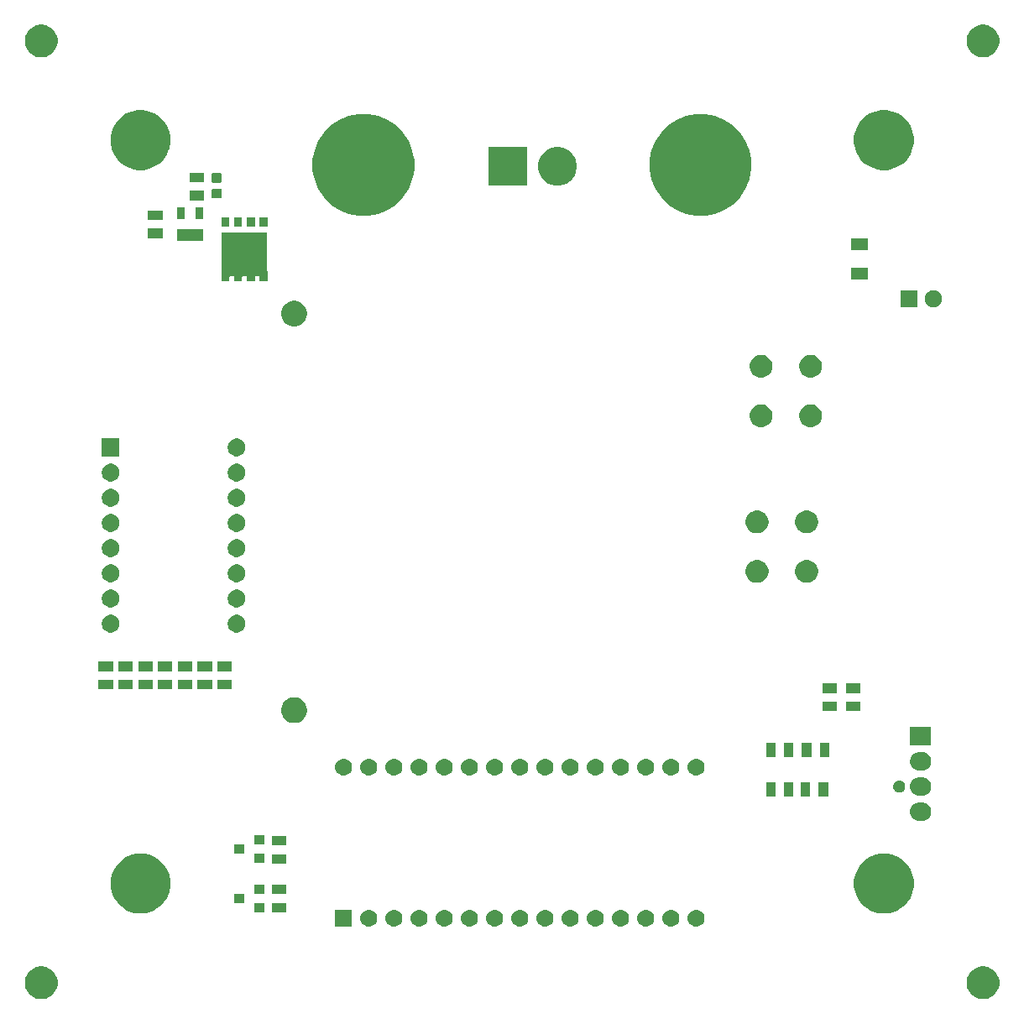
<source format=gts>
G04 #@! TF.GenerationSoftware,KiCad,Pcbnew,5.1.4+dfsg1-1*
G04 #@! TF.CreationDate,2020-08-20T21:45:12-05:00*
G04 #@! TF.ProjectId,HotBox,486f7442-6f78-42e6-9b69-6361645f7063,rev?*
G04 #@! TF.SameCoordinates,Original*
G04 #@! TF.FileFunction,Soldermask,Top*
G04 #@! TF.FilePolarity,Negative*
%FSLAX46Y46*%
G04 Gerber Fmt 4.6, Leading zero omitted, Abs format (unit mm)*
G04 Created by KiCad (PCBNEW 5.1.4+dfsg1-1) date 2020-08-20 21:45:12*
%MOMM*%
%LPD*%
G04 APERTURE LIST*
%ADD10C,0.100000*%
G04 APERTURE END LIST*
D10*
G36*
X194748256Y-140224298D02*
G01*
X194854579Y-140245447D01*
X195155042Y-140369903D01*
X195425451Y-140550585D01*
X195655415Y-140780549D01*
X195836097Y-141050958D01*
X195960553Y-141351421D01*
X196024000Y-141670391D01*
X196024000Y-141995609D01*
X195960553Y-142314579D01*
X195836097Y-142615042D01*
X195655415Y-142885451D01*
X195425451Y-143115415D01*
X195155042Y-143296097D01*
X194854579Y-143420553D01*
X194748256Y-143441702D01*
X194535611Y-143484000D01*
X194210389Y-143484000D01*
X193997744Y-143441702D01*
X193891421Y-143420553D01*
X193590958Y-143296097D01*
X193320549Y-143115415D01*
X193090585Y-142885451D01*
X192909903Y-142615042D01*
X192785447Y-142314579D01*
X192722000Y-141995609D01*
X192722000Y-141670391D01*
X192785447Y-141351421D01*
X192909903Y-141050958D01*
X193090585Y-140780549D01*
X193320549Y-140550585D01*
X193590958Y-140369903D01*
X193891421Y-140245447D01*
X193997744Y-140224298D01*
X194210389Y-140182000D01*
X194535611Y-140182000D01*
X194748256Y-140224298D01*
X194748256Y-140224298D01*
G37*
G36*
X99748256Y-140224298D02*
G01*
X99854579Y-140245447D01*
X100155042Y-140369903D01*
X100425451Y-140550585D01*
X100655415Y-140780549D01*
X100836097Y-141050958D01*
X100960553Y-141351421D01*
X101024000Y-141670391D01*
X101024000Y-141995609D01*
X100960553Y-142314579D01*
X100836097Y-142615042D01*
X100655415Y-142885451D01*
X100425451Y-143115415D01*
X100155042Y-143296097D01*
X99854579Y-143420553D01*
X99748256Y-143441702D01*
X99535611Y-143484000D01*
X99210389Y-143484000D01*
X98997744Y-143441702D01*
X98891421Y-143420553D01*
X98590958Y-143296097D01*
X98320549Y-143115415D01*
X98090585Y-142885451D01*
X97909903Y-142615042D01*
X97785447Y-142314579D01*
X97722000Y-141995609D01*
X97722000Y-141670391D01*
X97785447Y-141351421D01*
X97909903Y-141050958D01*
X98090585Y-140780549D01*
X98320549Y-140550585D01*
X98590958Y-140369903D01*
X98891421Y-140245447D01*
X98997744Y-140224298D01*
X99210389Y-140182000D01*
X99535611Y-140182000D01*
X99748256Y-140224298D01*
X99748256Y-140224298D01*
G37*
G36*
X163059823Y-134494313D02*
G01*
X163220242Y-134542976D01*
X163352906Y-134613886D01*
X163368078Y-134621996D01*
X163497659Y-134728341D01*
X163604004Y-134857922D01*
X163604005Y-134857924D01*
X163683024Y-135005758D01*
X163731687Y-135166177D01*
X163748117Y-135333000D01*
X163731687Y-135499823D01*
X163683024Y-135660242D01*
X163612114Y-135792906D01*
X163604004Y-135808078D01*
X163497659Y-135937659D01*
X163368078Y-136044004D01*
X163368076Y-136044005D01*
X163220242Y-136123024D01*
X163059823Y-136171687D01*
X162934804Y-136184000D01*
X162851196Y-136184000D01*
X162726177Y-136171687D01*
X162565758Y-136123024D01*
X162417924Y-136044005D01*
X162417922Y-136044004D01*
X162288341Y-135937659D01*
X162181996Y-135808078D01*
X162173886Y-135792906D01*
X162102976Y-135660242D01*
X162054313Y-135499823D01*
X162037883Y-135333000D01*
X162054313Y-135166177D01*
X162102976Y-135005758D01*
X162181995Y-134857924D01*
X162181996Y-134857922D01*
X162288341Y-134728341D01*
X162417922Y-134621996D01*
X162433094Y-134613886D01*
X162565758Y-134542976D01*
X162726177Y-134494313D01*
X162851196Y-134482000D01*
X162934804Y-134482000D01*
X163059823Y-134494313D01*
X163059823Y-134494313D01*
G37*
G36*
X147819823Y-134494313D02*
G01*
X147980242Y-134542976D01*
X148112906Y-134613886D01*
X148128078Y-134621996D01*
X148257659Y-134728341D01*
X148364004Y-134857922D01*
X148364005Y-134857924D01*
X148443024Y-135005758D01*
X148491687Y-135166177D01*
X148508117Y-135333000D01*
X148491687Y-135499823D01*
X148443024Y-135660242D01*
X148372114Y-135792906D01*
X148364004Y-135808078D01*
X148257659Y-135937659D01*
X148128078Y-136044004D01*
X148128076Y-136044005D01*
X147980242Y-136123024D01*
X147819823Y-136171687D01*
X147694804Y-136184000D01*
X147611196Y-136184000D01*
X147486177Y-136171687D01*
X147325758Y-136123024D01*
X147177924Y-136044005D01*
X147177922Y-136044004D01*
X147048341Y-135937659D01*
X146941996Y-135808078D01*
X146933886Y-135792906D01*
X146862976Y-135660242D01*
X146814313Y-135499823D01*
X146797883Y-135333000D01*
X146814313Y-135166177D01*
X146862976Y-135005758D01*
X146941995Y-134857924D01*
X146941996Y-134857922D01*
X147048341Y-134728341D01*
X147177922Y-134621996D01*
X147193094Y-134613886D01*
X147325758Y-134542976D01*
X147486177Y-134494313D01*
X147611196Y-134482000D01*
X147694804Y-134482000D01*
X147819823Y-134494313D01*
X147819823Y-134494313D01*
G37*
G36*
X165599823Y-134494313D02*
G01*
X165760242Y-134542976D01*
X165892906Y-134613886D01*
X165908078Y-134621996D01*
X166037659Y-134728341D01*
X166144004Y-134857922D01*
X166144005Y-134857924D01*
X166223024Y-135005758D01*
X166271687Y-135166177D01*
X166288117Y-135333000D01*
X166271687Y-135499823D01*
X166223024Y-135660242D01*
X166152114Y-135792906D01*
X166144004Y-135808078D01*
X166037659Y-135937659D01*
X165908078Y-136044004D01*
X165908076Y-136044005D01*
X165760242Y-136123024D01*
X165599823Y-136171687D01*
X165474804Y-136184000D01*
X165391196Y-136184000D01*
X165266177Y-136171687D01*
X165105758Y-136123024D01*
X164957924Y-136044005D01*
X164957922Y-136044004D01*
X164828341Y-135937659D01*
X164721996Y-135808078D01*
X164713886Y-135792906D01*
X164642976Y-135660242D01*
X164594313Y-135499823D01*
X164577883Y-135333000D01*
X164594313Y-135166177D01*
X164642976Y-135005758D01*
X164721995Y-134857924D01*
X164721996Y-134857922D01*
X164828341Y-134728341D01*
X164957922Y-134621996D01*
X164973094Y-134613886D01*
X165105758Y-134542976D01*
X165266177Y-134494313D01*
X165391196Y-134482000D01*
X165474804Y-134482000D01*
X165599823Y-134494313D01*
X165599823Y-134494313D01*
G37*
G36*
X160519823Y-134494313D02*
G01*
X160680242Y-134542976D01*
X160812906Y-134613886D01*
X160828078Y-134621996D01*
X160957659Y-134728341D01*
X161064004Y-134857922D01*
X161064005Y-134857924D01*
X161143024Y-135005758D01*
X161191687Y-135166177D01*
X161208117Y-135333000D01*
X161191687Y-135499823D01*
X161143024Y-135660242D01*
X161072114Y-135792906D01*
X161064004Y-135808078D01*
X160957659Y-135937659D01*
X160828078Y-136044004D01*
X160828076Y-136044005D01*
X160680242Y-136123024D01*
X160519823Y-136171687D01*
X160394804Y-136184000D01*
X160311196Y-136184000D01*
X160186177Y-136171687D01*
X160025758Y-136123024D01*
X159877924Y-136044005D01*
X159877922Y-136044004D01*
X159748341Y-135937659D01*
X159641996Y-135808078D01*
X159633886Y-135792906D01*
X159562976Y-135660242D01*
X159514313Y-135499823D01*
X159497883Y-135333000D01*
X159514313Y-135166177D01*
X159562976Y-135005758D01*
X159641995Y-134857924D01*
X159641996Y-134857922D01*
X159748341Y-134728341D01*
X159877922Y-134621996D01*
X159893094Y-134613886D01*
X160025758Y-134542976D01*
X160186177Y-134494313D01*
X160311196Y-134482000D01*
X160394804Y-134482000D01*
X160519823Y-134494313D01*
X160519823Y-134494313D01*
G37*
G36*
X155439823Y-134494313D02*
G01*
X155600242Y-134542976D01*
X155732906Y-134613886D01*
X155748078Y-134621996D01*
X155877659Y-134728341D01*
X155984004Y-134857922D01*
X155984005Y-134857924D01*
X156063024Y-135005758D01*
X156111687Y-135166177D01*
X156128117Y-135333000D01*
X156111687Y-135499823D01*
X156063024Y-135660242D01*
X155992114Y-135792906D01*
X155984004Y-135808078D01*
X155877659Y-135937659D01*
X155748078Y-136044004D01*
X155748076Y-136044005D01*
X155600242Y-136123024D01*
X155439823Y-136171687D01*
X155314804Y-136184000D01*
X155231196Y-136184000D01*
X155106177Y-136171687D01*
X154945758Y-136123024D01*
X154797924Y-136044005D01*
X154797922Y-136044004D01*
X154668341Y-135937659D01*
X154561996Y-135808078D01*
X154553886Y-135792906D01*
X154482976Y-135660242D01*
X154434313Y-135499823D01*
X154417883Y-135333000D01*
X154434313Y-135166177D01*
X154482976Y-135005758D01*
X154561995Y-134857924D01*
X154561996Y-134857922D01*
X154668341Y-134728341D01*
X154797922Y-134621996D01*
X154813094Y-134613886D01*
X154945758Y-134542976D01*
X155106177Y-134494313D01*
X155231196Y-134482000D01*
X155314804Y-134482000D01*
X155439823Y-134494313D01*
X155439823Y-134494313D01*
G37*
G36*
X152899823Y-134494313D02*
G01*
X153060242Y-134542976D01*
X153192906Y-134613886D01*
X153208078Y-134621996D01*
X153337659Y-134728341D01*
X153444004Y-134857922D01*
X153444005Y-134857924D01*
X153523024Y-135005758D01*
X153571687Y-135166177D01*
X153588117Y-135333000D01*
X153571687Y-135499823D01*
X153523024Y-135660242D01*
X153452114Y-135792906D01*
X153444004Y-135808078D01*
X153337659Y-135937659D01*
X153208078Y-136044004D01*
X153208076Y-136044005D01*
X153060242Y-136123024D01*
X152899823Y-136171687D01*
X152774804Y-136184000D01*
X152691196Y-136184000D01*
X152566177Y-136171687D01*
X152405758Y-136123024D01*
X152257924Y-136044005D01*
X152257922Y-136044004D01*
X152128341Y-135937659D01*
X152021996Y-135808078D01*
X152013886Y-135792906D01*
X151942976Y-135660242D01*
X151894313Y-135499823D01*
X151877883Y-135333000D01*
X151894313Y-135166177D01*
X151942976Y-135005758D01*
X152021995Y-134857924D01*
X152021996Y-134857922D01*
X152128341Y-134728341D01*
X152257922Y-134621996D01*
X152273094Y-134613886D01*
X152405758Y-134542976D01*
X152566177Y-134494313D01*
X152691196Y-134482000D01*
X152774804Y-134482000D01*
X152899823Y-134494313D01*
X152899823Y-134494313D01*
G37*
G36*
X150359823Y-134494313D02*
G01*
X150520242Y-134542976D01*
X150652906Y-134613886D01*
X150668078Y-134621996D01*
X150797659Y-134728341D01*
X150904004Y-134857922D01*
X150904005Y-134857924D01*
X150983024Y-135005758D01*
X151031687Y-135166177D01*
X151048117Y-135333000D01*
X151031687Y-135499823D01*
X150983024Y-135660242D01*
X150912114Y-135792906D01*
X150904004Y-135808078D01*
X150797659Y-135937659D01*
X150668078Y-136044004D01*
X150668076Y-136044005D01*
X150520242Y-136123024D01*
X150359823Y-136171687D01*
X150234804Y-136184000D01*
X150151196Y-136184000D01*
X150026177Y-136171687D01*
X149865758Y-136123024D01*
X149717924Y-136044005D01*
X149717922Y-136044004D01*
X149588341Y-135937659D01*
X149481996Y-135808078D01*
X149473886Y-135792906D01*
X149402976Y-135660242D01*
X149354313Y-135499823D01*
X149337883Y-135333000D01*
X149354313Y-135166177D01*
X149402976Y-135005758D01*
X149481995Y-134857924D01*
X149481996Y-134857922D01*
X149588341Y-134728341D01*
X149717922Y-134621996D01*
X149733094Y-134613886D01*
X149865758Y-134542976D01*
X150026177Y-134494313D01*
X150151196Y-134482000D01*
X150234804Y-134482000D01*
X150359823Y-134494313D01*
X150359823Y-134494313D01*
G37*
G36*
X157979823Y-134494313D02*
G01*
X158140242Y-134542976D01*
X158272906Y-134613886D01*
X158288078Y-134621996D01*
X158417659Y-134728341D01*
X158524004Y-134857922D01*
X158524005Y-134857924D01*
X158603024Y-135005758D01*
X158651687Y-135166177D01*
X158668117Y-135333000D01*
X158651687Y-135499823D01*
X158603024Y-135660242D01*
X158532114Y-135792906D01*
X158524004Y-135808078D01*
X158417659Y-135937659D01*
X158288078Y-136044004D01*
X158288076Y-136044005D01*
X158140242Y-136123024D01*
X157979823Y-136171687D01*
X157854804Y-136184000D01*
X157771196Y-136184000D01*
X157646177Y-136171687D01*
X157485758Y-136123024D01*
X157337924Y-136044005D01*
X157337922Y-136044004D01*
X157208341Y-135937659D01*
X157101996Y-135808078D01*
X157093886Y-135792906D01*
X157022976Y-135660242D01*
X156974313Y-135499823D01*
X156957883Y-135333000D01*
X156974313Y-135166177D01*
X157022976Y-135005758D01*
X157101995Y-134857924D01*
X157101996Y-134857922D01*
X157208341Y-134728341D01*
X157337922Y-134621996D01*
X157353094Y-134613886D01*
X157485758Y-134542976D01*
X157646177Y-134494313D01*
X157771196Y-134482000D01*
X157854804Y-134482000D01*
X157979823Y-134494313D01*
X157979823Y-134494313D01*
G37*
G36*
X142739823Y-134494313D02*
G01*
X142900242Y-134542976D01*
X143032906Y-134613886D01*
X143048078Y-134621996D01*
X143177659Y-134728341D01*
X143284004Y-134857922D01*
X143284005Y-134857924D01*
X143363024Y-135005758D01*
X143411687Y-135166177D01*
X143428117Y-135333000D01*
X143411687Y-135499823D01*
X143363024Y-135660242D01*
X143292114Y-135792906D01*
X143284004Y-135808078D01*
X143177659Y-135937659D01*
X143048078Y-136044004D01*
X143048076Y-136044005D01*
X142900242Y-136123024D01*
X142739823Y-136171687D01*
X142614804Y-136184000D01*
X142531196Y-136184000D01*
X142406177Y-136171687D01*
X142245758Y-136123024D01*
X142097924Y-136044005D01*
X142097922Y-136044004D01*
X141968341Y-135937659D01*
X141861996Y-135808078D01*
X141853886Y-135792906D01*
X141782976Y-135660242D01*
X141734313Y-135499823D01*
X141717883Y-135333000D01*
X141734313Y-135166177D01*
X141782976Y-135005758D01*
X141861995Y-134857924D01*
X141861996Y-134857922D01*
X141968341Y-134728341D01*
X142097922Y-134621996D01*
X142113094Y-134613886D01*
X142245758Y-134542976D01*
X142406177Y-134494313D01*
X142531196Y-134482000D01*
X142614804Y-134482000D01*
X142739823Y-134494313D01*
X142739823Y-134494313D01*
G37*
G36*
X140199823Y-134494313D02*
G01*
X140360242Y-134542976D01*
X140492906Y-134613886D01*
X140508078Y-134621996D01*
X140637659Y-134728341D01*
X140744004Y-134857922D01*
X140744005Y-134857924D01*
X140823024Y-135005758D01*
X140871687Y-135166177D01*
X140888117Y-135333000D01*
X140871687Y-135499823D01*
X140823024Y-135660242D01*
X140752114Y-135792906D01*
X140744004Y-135808078D01*
X140637659Y-135937659D01*
X140508078Y-136044004D01*
X140508076Y-136044005D01*
X140360242Y-136123024D01*
X140199823Y-136171687D01*
X140074804Y-136184000D01*
X139991196Y-136184000D01*
X139866177Y-136171687D01*
X139705758Y-136123024D01*
X139557924Y-136044005D01*
X139557922Y-136044004D01*
X139428341Y-135937659D01*
X139321996Y-135808078D01*
X139313886Y-135792906D01*
X139242976Y-135660242D01*
X139194313Y-135499823D01*
X139177883Y-135333000D01*
X139194313Y-135166177D01*
X139242976Y-135005758D01*
X139321995Y-134857924D01*
X139321996Y-134857922D01*
X139428341Y-134728341D01*
X139557922Y-134621996D01*
X139573094Y-134613886D01*
X139705758Y-134542976D01*
X139866177Y-134494313D01*
X139991196Y-134482000D01*
X140074804Y-134482000D01*
X140199823Y-134494313D01*
X140199823Y-134494313D01*
G37*
G36*
X137659823Y-134494313D02*
G01*
X137820242Y-134542976D01*
X137952906Y-134613886D01*
X137968078Y-134621996D01*
X138097659Y-134728341D01*
X138204004Y-134857922D01*
X138204005Y-134857924D01*
X138283024Y-135005758D01*
X138331687Y-135166177D01*
X138348117Y-135333000D01*
X138331687Y-135499823D01*
X138283024Y-135660242D01*
X138212114Y-135792906D01*
X138204004Y-135808078D01*
X138097659Y-135937659D01*
X137968078Y-136044004D01*
X137968076Y-136044005D01*
X137820242Y-136123024D01*
X137659823Y-136171687D01*
X137534804Y-136184000D01*
X137451196Y-136184000D01*
X137326177Y-136171687D01*
X137165758Y-136123024D01*
X137017924Y-136044005D01*
X137017922Y-136044004D01*
X136888341Y-135937659D01*
X136781996Y-135808078D01*
X136773886Y-135792906D01*
X136702976Y-135660242D01*
X136654313Y-135499823D01*
X136637883Y-135333000D01*
X136654313Y-135166177D01*
X136702976Y-135005758D01*
X136781995Y-134857924D01*
X136781996Y-134857922D01*
X136888341Y-134728341D01*
X137017922Y-134621996D01*
X137033094Y-134613886D01*
X137165758Y-134542976D01*
X137326177Y-134494313D01*
X137451196Y-134482000D01*
X137534804Y-134482000D01*
X137659823Y-134494313D01*
X137659823Y-134494313D01*
G37*
G36*
X135119823Y-134494313D02*
G01*
X135280242Y-134542976D01*
X135412906Y-134613886D01*
X135428078Y-134621996D01*
X135557659Y-134728341D01*
X135664004Y-134857922D01*
X135664005Y-134857924D01*
X135743024Y-135005758D01*
X135791687Y-135166177D01*
X135808117Y-135333000D01*
X135791687Y-135499823D01*
X135743024Y-135660242D01*
X135672114Y-135792906D01*
X135664004Y-135808078D01*
X135557659Y-135937659D01*
X135428078Y-136044004D01*
X135428076Y-136044005D01*
X135280242Y-136123024D01*
X135119823Y-136171687D01*
X134994804Y-136184000D01*
X134911196Y-136184000D01*
X134786177Y-136171687D01*
X134625758Y-136123024D01*
X134477924Y-136044005D01*
X134477922Y-136044004D01*
X134348341Y-135937659D01*
X134241996Y-135808078D01*
X134233886Y-135792906D01*
X134162976Y-135660242D01*
X134114313Y-135499823D01*
X134097883Y-135333000D01*
X134114313Y-135166177D01*
X134162976Y-135005758D01*
X134241995Y-134857924D01*
X134241996Y-134857922D01*
X134348341Y-134728341D01*
X134477922Y-134621996D01*
X134493094Y-134613886D01*
X134625758Y-134542976D01*
X134786177Y-134494313D01*
X134911196Y-134482000D01*
X134994804Y-134482000D01*
X135119823Y-134494313D01*
X135119823Y-134494313D01*
G37*
G36*
X132579823Y-134494313D02*
G01*
X132740242Y-134542976D01*
X132872906Y-134613886D01*
X132888078Y-134621996D01*
X133017659Y-134728341D01*
X133124004Y-134857922D01*
X133124005Y-134857924D01*
X133203024Y-135005758D01*
X133251687Y-135166177D01*
X133268117Y-135333000D01*
X133251687Y-135499823D01*
X133203024Y-135660242D01*
X133132114Y-135792906D01*
X133124004Y-135808078D01*
X133017659Y-135937659D01*
X132888078Y-136044004D01*
X132888076Y-136044005D01*
X132740242Y-136123024D01*
X132579823Y-136171687D01*
X132454804Y-136184000D01*
X132371196Y-136184000D01*
X132246177Y-136171687D01*
X132085758Y-136123024D01*
X131937924Y-136044005D01*
X131937922Y-136044004D01*
X131808341Y-135937659D01*
X131701996Y-135808078D01*
X131693886Y-135792906D01*
X131622976Y-135660242D01*
X131574313Y-135499823D01*
X131557883Y-135333000D01*
X131574313Y-135166177D01*
X131622976Y-135005758D01*
X131701995Y-134857924D01*
X131701996Y-134857922D01*
X131808341Y-134728341D01*
X131937922Y-134621996D01*
X131953094Y-134613886D01*
X132085758Y-134542976D01*
X132246177Y-134494313D01*
X132371196Y-134482000D01*
X132454804Y-134482000D01*
X132579823Y-134494313D01*
X132579823Y-134494313D01*
G37*
G36*
X130724000Y-136184000D02*
G01*
X129022000Y-136184000D01*
X129022000Y-134482000D01*
X130724000Y-134482000D01*
X130724000Y-136184000D01*
X130724000Y-136184000D01*
G37*
G36*
X145279823Y-134494313D02*
G01*
X145440242Y-134542976D01*
X145572906Y-134613886D01*
X145588078Y-134621996D01*
X145717659Y-134728341D01*
X145824004Y-134857922D01*
X145824005Y-134857924D01*
X145903024Y-135005758D01*
X145951687Y-135166177D01*
X145968117Y-135333000D01*
X145951687Y-135499823D01*
X145903024Y-135660242D01*
X145832114Y-135792906D01*
X145824004Y-135808078D01*
X145717659Y-135937659D01*
X145588078Y-136044004D01*
X145588076Y-136044005D01*
X145440242Y-136123024D01*
X145279823Y-136171687D01*
X145154804Y-136184000D01*
X145071196Y-136184000D01*
X144946177Y-136171687D01*
X144785758Y-136123024D01*
X144637924Y-136044005D01*
X144637922Y-136044004D01*
X144508341Y-135937659D01*
X144401996Y-135808078D01*
X144393886Y-135792906D01*
X144322976Y-135660242D01*
X144274313Y-135499823D01*
X144257883Y-135333000D01*
X144274313Y-135166177D01*
X144322976Y-135005758D01*
X144401995Y-134857924D01*
X144401996Y-134857922D01*
X144508341Y-134728341D01*
X144637922Y-134621996D01*
X144653094Y-134613886D01*
X144785758Y-134542976D01*
X144946177Y-134494313D01*
X145071196Y-134482000D01*
X145154804Y-134482000D01*
X145279823Y-134494313D01*
X145279823Y-134494313D01*
G37*
G36*
X184740335Y-128832000D02*
G01*
X185252443Y-128933865D01*
X185801138Y-129161142D01*
X186294950Y-129491097D01*
X186714903Y-129911050D01*
X187044858Y-130404862D01*
X187272135Y-130953557D01*
X187388000Y-131536048D01*
X187388000Y-132129952D01*
X187272135Y-132712443D01*
X187044858Y-133261138D01*
X186714903Y-133754950D01*
X186294950Y-134174903D01*
X185801138Y-134504858D01*
X185801137Y-134504859D01*
X185801136Y-134504859D01*
X185709113Y-134542976D01*
X185252443Y-134732135D01*
X184961197Y-134790068D01*
X184669953Y-134848000D01*
X184076047Y-134848000D01*
X183784803Y-134790068D01*
X183493557Y-134732135D01*
X183036887Y-134542976D01*
X182944864Y-134504859D01*
X182944863Y-134504859D01*
X182944862Y-134504858D01*
X182451050Y-134174903D01*
X182031097Y-133754950D01*
X181701142Y-133261138D01*
X181473865Y-132712443D01*
X181358000Y-132129952D01*
X181358000Y-131536048D01*
X181473865Y-130953557D01*
X181701142Y-130404862D01*
X182031097Y-129911050D01*
X182451050Y-129491097D01*
X182944862Y-129161142D01*
X183493557Y-128933865D01*
X184005665Y-128832000D01*
X184076047Y-128818000D01*
X184669953Y-128818000D01*
X184740335Y-128832000D01*
X184740335Y-128832000D01*
G37*
G36*
X109740335Y-128832000D02*
G01*
X110252443Y-128933865D01*
X110801138Y-129161142D01*
X111294950Y-129491097D01*
X111714903Y-129911050D01*
X112044858Y-130404862D01*
X112272135Y-130953557D01*
X112388000Y-131536048D01*
X112388000Y-132129952D01*
X112272135Y-132712443D01*
X112044858Y-133261138D01*
X111714903Y-133754950D01*
X111294950Y-134174903D01*
X110801138Y-134504858D01*
X110801137Y-134504859D01*
X110801136Y-134504859D01*
X110709113Y-134542976D01*
X110252443Y-134732135D01*
X109961197Y-134790068D01*
X109669953Y-134848000D01*
X109076047Y-134848000D01*
X108784803Y-134790068D01*
X108493557Y-134732135D01*
X108036887Y-134542976D01*
X107944864Y-134504859D01*
X107944863Y-134504859D01*
X107944862Y-134504858D01*
X107451050Y-134174903D01*
X107031097Y-133754950D01*
X106701142Y-133261138D01*
X106473865Y-132712443D01*
X106358000Y-132129952D01*
X106358000Y-131536048D01*
X106473865Y-130953557D01*
X106701142Y-130404862D01*
X107031097Y-129911050D01*
X107451050Y-129491097D01*
X107944862Y-129161142D01*
X108493557Y-128933865D01*
X109005665Y-128832000D01*
X109076047Y-128818000D01*
X109669953Y-128818000D01*
X109740335Y-128832000D01*
X109740335Y-128832000D01*
G37*
G36*
X121874000Y-134734000D02*
G01*
X120872000Y-134734000D01*
X120872000Y-133832000D01*
X121874000Y-133832000D01*
X121874000Y-134734000D01*
X121874000Y-134734000D01*
G37*
G36*
X124099000Y-134714000D02*
G01*
X122647000Y-134714000D01*
X122647000Y-133762000D01*
X124099000Y-133762000D01*
X124099000Y-134714000D01*
X124099000Y-134714000D01*
G37*
G36*
X119874000Y-133784000D02*
G01*
X118872000Y-133784000D01*
X118872000Y-132882000D01*
X119874000Y-132882000D01*
X119874000Y-133784000D01*
X119874000Y-133784000D01*
G37*
G36*
X124099000Y-132904000D02*
G01*
X122647000Y-132904000D01*
X122647000Y-131952000D01*
X124099000Y-131952000D01*
X124099000Y-132904000D01*
X124099000Y-132904000D01*
G37*
G36*
X121874000Y-132834000D02*
G01*
X120872000Y-132834000D01*
X120872000Y-131932000D01*
X121874000Y-131932000D01*
X121874000Y-132834000D01*
X121874000Y-132834000D01*
G37*
G36*
X124099000Y-129809000D02*
G01*
X122647000Y-129809000D01*
X122647000Y-128857000D01*
X124099000Y-128857000D01*
X124099000Y-129809000D01*
X124099000Y-129809000D01*
G37*
G36*
X121874000Y-129734000D02*
G01*
X120872000Y-129734000D01*
X120872000Y-128832000D01*
X121874000Y-128832000D01*
X121874000Y-129734000D01*
X121874000Y-129734000D01*
G37*
G36*
X119874000Y-128784000D02*
G01*
X118872000Y-128784000D01*
X118872000Y-127882000D01*
X119874000Y-127882000D01*
X119874000Y-128784000D01*
X119874000Y-128784000D01*
G37*
G36*
X124099000Y-127999000D02*
G01*
X122647000Y-127999000D01*
X122647000Y-127047000D01*
X124099000Y-127047000D01*
X124099000Y-127999000D01*
X124099000Y-127999000D01*
G37*
G36*
X121874000Y-127834000D02*
G01*
X120872000Y-127834000D01*
X120872000Y-126932000D01*
X121874000Y-126932000D01*
X121874000Y-127834000D01*
X121874000Y-127834000D01*
G37*
G36*
X188383343Y-123668361D02*
G01*
X188402568Y-123670254D01*
X188488900Y-123696443D01*
X188575234Y-123722632D01*
X188734365Y-123807689D01*
X188873844Y-123922156D01*
X188988311Y-124061635D01*
X189073368Y-124220766D01*
X189125746Y-124393433D01*
X189143432Y-124573000D01*
X189125746Y-124752567D01*
X189073368Y-124925234D01*
X188988311Y-125084365D01*
X188873844Y-125223844D01*
X188734365Y-125338311D01*
X188575234Y-125423368D01*
X188488900Y-125449557D01*
X188402568Y-125475746D01*
X188383343Y-125477639D01*
X188267998Y-125489000D01*
X187878002Y-125489000D01*
X187762657Y-125477639D01*
X187743432Y-125475746D01*
X187657100Y-125449557D01*
X187570766Y-125423368D01*
X187411635Y-125338311D01*
X187272156Y-125223844D01*
X187157689Y-125084365D01*
X187072632Y-124925234D01*
X187020254Y-124752567D01*
X187002568Y-124573000D01*
X187020254Y-124393433D01*
X187072632Y-124220766D01*
X187157689Y-124061635D01*
X187272156Y-123922156D01*
X187411635Y-123807689D01*
X187570766Y-123722632D01*
X187657100Y-123696443D01*
X187743432Y-123670254D01*
X187762657Y-123668361D01*
X187878002Y-123657000D01*
X188267998Y-123657000D01*
X188383343Y-123668361D01*
X188383343Y-123668361D01*
G37*
G36*
X175254000Y-123059000D02*
G01*
X174302000Y-123059000D01*
X174302000Y-121607000D01*
X175254000Y-121607000D01*
X175254000Y-123059000D01*
X175254000Y-123059000D01*
G37*
G36*
X173444000Y-123059000D02*
G01*
X172492000Y-123059000D01*
X172492000Y-121607000D01*
X173444000Y-121607000D01*
X173444000Y-123059000D01*
X173444000Y-123059000D01*
G37*
G36*
X176944000Y-123059000D02*
G01*
X175992000Y-123059000D01*
X175992000Y-121607000D01*
X176944000Y-121607000D01*
X176944000Y-123059000D01*
X176944000Y-123059000D01*
G37*
G36*
X178754000Y-123059000D02*
G01*
X177802000Y-123059000D01*
X177802000Y-121607000D01*
X178754000Y-121607000D01*
X178754000Y-123059000D01*
X178754000Y-123059000D01*
G37*
G36*
X188383343Y-121128361D02*
G01*
X188402568Y-121130254D01*
X188488900Y-121156443D01*
X188575234Y-121182632D01*
X188734365Y-121267689D01*
X188873844Y-121382156D01*
X188988311Y-121521635D01*
X189073368Y-121680766D01*
X189125746Y-121853433D01*
X189143432Y-122033000D01*
X189125746Y-122212567D01*
X189073368Y-122385234D01*
X188988311Y-122544365D01*
X188873844Y-122683844D01*
X188734365Y-122798311D01*
X188575234Y-122883368D01*
X188488900Y-122909557D01*
X188402568Y-122935746D01*
X188383343Y-122937639D01*
X188267998Y-122949000D01*
X187878002Y-122949000D01*
X187762657Y-122937639D01*
X187743432Y-122935746D01*
X187657100Y-122909557D01*
X187570766Y-122883368D01*
X187411635Y-122798311D01*
X187272156Y-122683844D01*
X187157689Y-122544365D01*
X187072632Y-122385234D01*
X187020254Y-122212567D01*
X187002568Y-122033000D01*
X187020254Y-121853433D01*
X187072632Y-121680766D01*
X187157689Y-121521635D01*
X187272156Y-121382156D01*
X187411635Y-121267689D01*
X187570766Y-121182632D01*
X187657100Y-121156443D01*
X187743432Y-121130254D01*
X187762657Y-121128361D01*
X187878002Y-121117000D01*
X188267998Y-121117000D01*
X188383343Y-121128361D01*
X188383343Y-121128361D01*
G37*
G36*
X186049601Y-121447397D02*
G01*
X186088305Y-121455096D01*
X186120340Y-121468365D01*
X186197680Y-121500400D01*
X186296115Y-121566173D01*
X186379827Y-121649885D01*
X186445600Y-121748320D01*
X186477635Y-121825660D01*
X186490904Y-121857695D01*
X186514000Y-121973807D01*
X186514000Y-122092193D01*
X186490904Y-122208305D01*
X186489138Y-122212568D01*
X186445600Y-122317680D01*
X186379827Y-122416115D01*
X186296115Y-122499827D01*
X186197680Y-122565600D01*
X186120340Y-122597635D01*
X186088305Y-122610904D01*
X186049601Y-122618603D01*
X185972195Y-122634000D01*
X185853805Y-122634000D01*
X185776399Y-122618603D01*
X185737695Y-122610904D01*
X185705660Y-122597635D01*
X185628320Y-122565600D01*
X185529885Y-122499827D01*
X185446173Y-122416115D01*
X185380400Y-122317680D01*
X185336862Y-122212568D01*
X185335096Y-122208305D01*
X185312000Y-122092193D01*
X185312000Y-121973807D01*
X185335096Y-121857695D01*
X185348365Y-121825660D01*
X185380400Y-121748320D01*
X185446173Y-121649885D01*
X185529885Y-121566173D01*
X185628320Y-121500400D01*
X185705660Y-121468365D01*
X185737695Y-121455096D01*
X185776399Y-121447397D01*
X185853805Y-121432000D01*
X185972195Y-121432000D01*
X186049601Y-121447397D01*
X186049601Y-121447397D01*
G37*
G36*
X155439823Y-119254313D02*
G01*
X155600242Y-119302976D01*
X155732906Y-119373886D01*
X155748078Y-119381996D01*
X155877659Y-119488341D01*
X155984004Y-119617922D01*
X155984005Y-119617924D01*
X156063024Y-119765758D01*
X156111687Y-119926177D01*
X156128117Y-120093000D01*
X156111687Y-120259823D01*
X156063024Y-120420242D01*
X155992114Y-120552906D01*
X155984004Y-120568078D01*
X155877659Y-120697659D01*
X155748078Y-120804004D01*
X155748076Y-120804005D01*
X155600242Y-120883024D01*
X155439823Y-120931687D01*
X155314804Y-120944000D01*
X155231196Y-120944000D01*
X155106177Y-120931687D01*
X154945758Y-120883024D01*
X154797924Y-120804005D01*
X154797922Y-120804004D01*
X154668341Y-120697659D01*
X154561996Y-120568078D01*
X154553886Y-120552906D01*
X154482976Y-120420242D01*
X154434313Y-120259823D01*
X154417883Y-120093000D01*
X154434313Y-119926177D01*
X154482976Y-119765758D01*
X154561995Y-119617924D01*
X154561996Y-119617922D01*
X154668341Y-119488341D01*
X154797922Y-119381996D01*
X154813094Y-119373886D01*
X154945758Y-119302976D01*
X155106177Y-119254313D01*
X155231196Y-119242000D01*
X155314804Y-119242000D01*
X155439823Y-119254313D01*
X155439823Y-119254313D01*
G37*
G36*
X165599823Y-119254313D02*
G01*
X165760242Y-119302976D01*
X165892906Y-119373886D01*
X165908078Y-119381996D01*
X166037659Y-119488341D01*
X166144004Y-119617922D01*
X166144005Y-119617924D01*
X166223024Y-119765758D01*
X166271687Y-119926177D01*
X166288117Y-120093000D01*
X166271687Y-120259823D01*
X166223024Y-120420242D01*
X166152114Y-120552906D01*
X166144004Y-120568078D01*
X166037659Y-120697659D01*
X165908078Y-120804004D01*
X165908076Y-120804005D01*
X165760242Y-120883024D01*
X165599823Y-120931687D01*
X165474804Y-120944000D01*
X165391196Y-120944000D01*
X165266177Y-120931687D01*
X165105758Y-120883024D01*
X164957924Y-120804005D01*
X164957922Y-120804004D01*
X164828341Y-120697659D01*
X164721996Y-120568078D01*
X164713886Y-120552906D01*
X164642976Y-120420242D01*
X164594313Y-120259823D01*
X164577883Y-120093000D01*
X164594313Y-119926177D01*
X164642976Y-119765758D01*
X164721995Y-119617924D01*
X164721996Y-119617922D01*
X164828341Y-119488341D01*
X164957922Y-119381996D01*
X164973094Y-119373886D01*
X165105758Y-119302976D01*
X165266177Y-119254313D01*
X165391196Y-119242000D01*
X165474804Y-119242000D01*
X165599823Y-119254313D01*
X165599823Y-119254313D01*
G37*
G36*
X145279823Y-119254313D02*
G01*
X145440242Y-119302976D01*
X145572906Y-119373886D01*
X145588078Y-119381996D01*
X145717659Y-119488341D01*
X145824004Y-119617922D01*
X145824005Y-119617924D01*
X145903024Y-119765758D01*
X145951687Y-119926177D01*
X145968117Y-120093000D01*
X145951687Y-120259823D01*
X145903024Y-120420242D01*
X145832114Y-120552906D01*
X145824004Y-120568078D01*
X145717659Y-120697659D01*
X145588078Y-120804004D01*
X145588076Y-120804005D01*
X145440242Y-120883024D01*
X145279823Y-120931687D01*
X145154804Y-120944000D01*
X145071196Y-120944000D01*
X144946177Y-120931687D01*
X144785758Y-120883024D01*
X144637924Y-120804005D01*
X144637922Y-120804004D01*
X144508341Y-120697659D01*
X144401996Y-120568078D01*
X144393886Y-120552906D01*
X144322976Y-120420242D01*
X144274313Y-120259823D01*
X144257883Y-120093000D01*
X144274313Y-119926177D01*
X144322976Y-119765758D01*
X144401995Y-119617924D01*
X144401996Y-119617922D01*
X144508341Y-119488341D01*
X144637922Y-119381996D01*
X144653094Y-119373886D01*
X144785758Y-119302976D01*
X144946177Y-119254313D01*
X145071196Y-119242000D01*
X145154804Y-119242000D01*
X145279823Y-119254313D01*
X145279823Y-119254313D01*
G37*
G36*
X130039823Y-119254313D02*
G01*
X130200242Y-119302976D01*
X130332906Y-119373886D01*
X130348078Y-119381996D01*
X130477659Y-119488341D01*
X130584004Y-119617922D01*
X130584005Y-119617924D01*
X130663024Y-119765758D01*
X130711687Y-119926177D01*
X130728117Y-120093000D01*
X130711687Y-120259823D01*
X130663024Y-120420242D01*
X130592114Y-120552906D01*
X130584004Y-120568078D01*
X130477659Y-120697659D01*
X130348078Y-120804004D01*
X130348076Y-120804005D01*
X130200242Y-120883024D01*
X130039823Y-120931687D01*
X129914804Y-120944000D01*
X129831196Y-120944000D01*
X129706177Y-120931687D01*
X129545758Y-120883024D01*
X129397924Y-120804005D01*
X129397922Y-120804004D01*
X129268341Y-120697659D01*
X129161996Y-120568078D01*
X129153886Y-120552906D01*
X129082976Y-120420242D01*
X129034313Y-120259823D01*
X129017883Y-120093000D01*
X129034313Y-119926177D01*
X129082976Y-119765758D01*
X129161995Y-119617924D01*
X129161996Y-119617922D01*
X129268341Y-119488341D01*
X129397922Y-119381996D01*
X129413094Y-119373886D01*
X129545758Y-119302976D01*
X129706177Y-119254313D01*
X129831196Y-119242000D01*
X129914804Y-119242000D01*
X130039823Y-119254313D01*
X130039823Y-119254313D01*
G37*
G36*
X132579823Y-119254313D02*
G01*
X132740242Y-119302976D01*
X132872906Y-119373886D01*
X132888078Y-119381996D01*
X133017659Y-119488341D01*
X133124004Y-119617922D01*
X133124005Y-119617924D01*
X133203024Y-119765758D01*
X133251687Y-119926177D01*
X133268117Y-120093000D01*
X133251687Y-120259823D01*
X133203024Y-120420242D01*
X133132114Y-120552906D01*
X133124004Y-120568078D01*
X133017659Y-120697659D01*
X132888078Y-120804004D01*
X132888076Y-120804005D01*
X132740242Y-120883024D01*
X132579823Y-120931687D01*
X132454804Y-120944000D01*
X132371196Y-120944000D01*
X132246177Y-120931687D01*
X132085758Y-120883024D01*
X131937924Y-120804005D01*
X131937922Y-120804004D01*
X131808341Y-120697659D01*
X131701996Y-120568078D01*
X131693886Y-120552906D01*
X131622976Y-120420242D01*
X131574313Y-120259823D01*
X131557883Y-120093000D01*
X131574313Y-119926177D01*
X131622976Y-119765758D01*
X131701995Y-119617924D01*
X131701996Y-119617922D01*
X131808341Y-119488341D01*
X131937922Y-119381996D01*
X131953094Y-119373886D01*
X132085758Y-119302976D01*
X132246177Y-119254313D01*
X132371196Y-119242000D01*
X132454804Y-119242000D01*
X132579823Y-119254313D01*
X132579823Y-119254313D01*
G37*
G36*
X135119823Y-119254313D02*
G01*
X135280242Y-119302976D01*
X135412906Y-119373886D01*
X135428078Y-119381996D01*
X135557659Y-119488341D01*
X135664004Y-119617922D01*
X135664005Y-119617924D01*
X135743024Y-119765758D01*
X135791687Y-119926177D01*
X135808117Y-120093000D01*
X135791687Y-120259823D01*
X135743024Y-120420242D01*
X135672114Y-120552906D01*
X135664004Y-120568078D01*
X135557659Y-120697659D01*
X135428078Y-120804004D01*
X135428076Y-120804005D01*
X135280242Y-120883024D01*
X135119823Y-120931687D01*
X134994804Y-120944000D01*
X134911196Y-120944000D01*
X134786177Y-120931687D01*
X134625758Y-120883024D01*
X134477924Y-120804005D01*
X134477922Y-120804004D01*
X134348341Y-120697659D01*
X134241996Y-120568078D01*
X134233886Y-120552906D01*
X134162976Y-120420242D01*
X134114313Y-120259823D01*
X134097883Y-120093000D01*
X134114313Y-119926177D01*
X134162976Y-119765758D01*
X134241995Y-119617924D01*
X134241996Y-119617922D01*
X134348341Y-119488341D01*
X134477922Y-119381996D01*
X134493094Y-119373886D01*
X134625758Y-119302976D01*
X134786177Y-119254313D01*
X134911196Y-119242000D01*
X134994804Y-119242000D01*
X135119823Y-119254313D01*
X135119823Y-119254313D01*
G37*
G36*
X137659823Y-119254313D02*
G01*
X137820242Y-119302976D01*
X137952906Y-119373886D01*
X137968078Y-119381996D01*
X138097659Y-119488341D01*
X138204004Y-119617922D01*
X138204005Y-119617924D01*
X138283024Y-119765758D01*
X138331687Y-119926177D01*
X138348117Y-120093000D01*
X138331687Y-120259823D01*
X138283024Y-120420242D01*
X138212114Y-120552906D01*
X138204004Y-120568078D01*
X138097659Y-120697659D01*
X137968078Y-120804004D01*
X137968076Y-120804005D01*
X137820242Y-120883024D01*
X137659823Y-120931687D01*
X137534804Y-120944000D01*
X137451196Y-120944000D01*
X137326177Y-120931687D01*
X137165758Y-120883024D01*
X137017924Y-120804005D01*
X137017922Y-120804004D01*
X136888341Y-120697659D01*
X136781996Y-120568078D01*
X136773886Y-120552906D01*
X136702976Y-120420242D01*
X136654313Y-120259823D01*
X136637883Y-120093000D01*
X136654313Y-119926177D01*
X136702976Y-119765758D01*
X136781995Y-119617924D01*
X136781996Y-119617922D01*
X136888341Y-119488341D01*
X137017922Y-119381996D01*
X137033094Y-119373886D01*
X137165758Y-119302976D01*
X137326177Y-119254313D01*
X137451196Y-119242000D01*
X137534804Y-119242000D01*
X137659823Y-119254313D01*
X137659823Y-119254313D01*
G37*
G36*
X142739823Y-119254313D02*
G01*
X142900242Y-119302976D01*
X143032906Y-119373886D01*
X143048078Y-119381996D01*
X143177659Y-119488341D01*
X143284004Y-119617922D01*
X143284005Y-119617924D01*
X143363024Y-119765758D01*
X143411687Y-119926177D01*
X143428117Y-120093000D01*
X143411687Y-120259823D01*
X143363024Y-120420242D01*
X143292114Y-120552906D01*
X143284004Y-120568078D01*
X143177659Y-120697659D01*
X143048078Y-120804004D01*
X143048076Y-120804005D01*
X142900242Y-120883024D01*
X142739823Y-120931687D01*
X142614804Y-120944000D01*
X142531196Y-120944000D01*
X142406177Y-120931687D01*
X142245758Y-120883024D01*
X142097924Y-120804005D01*
X142097922Y-120804004D01*
X141968341Y-120697659D01*
X141861996Y-120568078D01*
X141853886Y-120552906D01*
X141782976Y-120420242D01*
X141734313Y-120259823D01*
X141717883Y-120093000D01*
X141734313Y-119926177D01*
X141782976Y-119765758D01*
X141861995Y-119617924D01*
X141861996Y-119617922D01*
X141968341Y-119488341D01*
X142097922Y-119381996D01*
X142113094Y-119373886D01*
X142245758Y-119302976D01*
X142406177Y-119254313D01*
X142531196Y-119242000D01*
X142614804Y-119242000D01*
X142739823Y-119254313D01*
X142739823Y-119254313D01*
G37*
G36*
X147819823Y-119254313D02*
G01*
X147980242Y-119302976D01*
X148112906Y-119373886D01*
X148128078Y-119381996D01*
X148257659Y-119488341D01*
X148364004Y-119617922D01*
X148364005Y-119617924D01*
X148443024Y-119765758D01*
X148491687Y-119926177D01*
X148508117Y-120093000D01*
X148491687Y-120259823D01*
X148443024Y-120420242D01*
X148372114Y-120552906D01*
X148364004Y-120568078D01*
X148257659Y-120697659D01*
X148128078Y-120804004D01*
X148128076Y-120804005D01*
X147980242Y-120883024D01*
X147819823Y-120931687D01*
X147694804Y-120944000D01*
X147611196Y-120944000D01*
X147486177Y-120931687D01*
X147325758Y-120883024D01*
X147177924Y-120804005D01*
X147177922Y-120804004D01*
X147048341Y-120697659D01*
X146941996Y-120568078D01*
X146933886Y-120552906D01*
X146862976Y-120420242D01*
X146814313Y-120259823D01*
X146797883Y-120093000D01*
X146814313Y-119926177D01*
X146862976Y-119765758D01*
X146941995Y-119617924D01*
X146941996Y-119617922D01*
X147048341Y-119488341D01*
X147177922Y-119381996D01*
X147193094Y-119373886D01*
X147325758Y-119302976D01*
X147486177Y-119254313D01*
X147611196Y-119242000D01*
X147694804Y-119242000D01*
X147819823Y-119254313D01*
X147819823Y-119254313D01*
G37*
G36*
X163059823Y-119254313D02*
G01*
X163220242Y-119302976D01*
X163352906Y-119373886D01*
X163368078Y-119381996D01*
X163497659Y-119488341D01*
X163604004Y-119617922D01*
X163604005Y-119617924D01*
X163683024Y-119765758D01*
X163731687Y-119926177D01*
X163748117Y-120093000D01*
X163731687Y-120259823D01*
X163683024Y-120420242D01*
X163612114Y-120552906D01*
X163604004Y-120568078D01*
X163497659Y-120697659D01*
X163368078Y-120804004D01*
X163368076Y-120804005D01*
X163220242Y-120883024D01*
X163059823Y-120931687D01*
X162934804Y-120944000D01*
X162851196Y-120944000D01*
X162726177Y-120931687D01*
X162565758Y-120883024D01*
X162417924Y-120804005D01*
X162417922Y-120804004D01*
X162288341Y-120697659D01*
X162181996Y-120568078D01*
X162173886Y-120552906D01*
X162102976Y-120420242D01*
X162054313Y-120259823D01*
X162037883Y-120093000D01*
X162054313Y-119926177D01*
X162102976Y-119765758D01*
X162181995Y-119617924D01*
X162181996Y-119617922D01*
X162288341Y-119488341D01*
X162417922Y-119381996D01*
X162433094Y-119373886D01*
X162565758Y-119302976D01*
X162726177Y-119254313D01*
X162851196Y-119242000D01*
X162934804Y-119242000D01*
X163059823Y-119254313D01*
X163059823Y-119254313D01*
G37*
G36*
X150359823Y-119254313D02*
G01*
X150520242Y-119302976D01*
X150652906Y-119373886D01*
X150668078Y-119381996D01*
X150797659Y-119488341D01*
X150904004Y-119617922D01*
X150904005Y-119617924D01*
X150983024Y-119765758D01*
X151031687Y-119926177D01*
X151048117Y-120093000D01*
X151031687Y-120259823D01*
X150983024Y-120420242D01*
X150912114Y-120552906D01*
X150904004Y-120568078D01*
X150797659Y-120697659D01*
X150668078Y-120804004D01*
X150668076Y-120804005D01*
X150520242Y-120883024D01*
X150359823Y-120931687D01*
X150234804Y-120944000D01*
X150151196Y-120944000D01*
X150026177Y-120931687D01*
X149865758Y-120883024D01*
X149717924Y-120804005D01*
X149717922Y-120804004D01*
X149588341Y-120697659D01*
X149481996Y-120568078D01*
X149473886Y-120552906D01*
X149402976Y-120420242D01*
X149354313Y-120259823D01*
X149337883Y-120093000D01*
X149354313Y-119926177D01*
X149402976Y-119765758D01*
X149481995Y-119617924D01*
X149481996Y-119617922D01*
X149588341Y-119488341D01*
X149717922Y-119381996D01*
X149733094Y-119373886D01*
X149865758Y-119302976D01*
X150026177Y-119254313D01*
X150151196Y-119242000D01*
X150234804Y-119242000D01*
X150359823Y-119254313D01*
X150359823Y-119254313D01*
G37*
G36*
X160519823Y-119254313D02*
G01*
X160680242Y-119302976D01*
X160812906Y-119373886D01*
X160828078Y-119381996D01*
X160957659Y-119488341D01*
X161064004Y-119617922D01*
X161064005Y-119617924D01*
X161143024Y-119765758D01*
X161191687Y-119926177D01*
X161208117Y-120093000D01*
X161191687Y-120259823D01*
X161143024Y-120420242D01*
X161072114Y-120552906D01*
X161064004Y-120568078D01*
X160957659Y-120697659D01*
X160828078Y-120804004D01*
X160828076Y-120804005D01*
X160680242Y-120883024D01*
X160519823Y-120931687D01*
X160394804Y-120944000D01*
X160311196Y-120944000D01*
X160186177Y-120931687D01*
X160025758Y-120883024D01*
X159877924Y-120804005D01*
X159877922Y-120804004D01*
X159748341Y-120697659D01*
X159641996Y-120568078D01*
X159633886Y-120552906D01*
X159562976Y-120420242D01*
X159514313Y-120259823D01*
X159497883Y-120093000D01*
X159514313Y-119926177D01*
X159562976Y-119765758D01*
X159641995Y-119617924D01*
X159641996Y-119617922D01*
X159748341Y-119488341D01*
X159877922Y-119381996D01*
X159893094Y-119373886D01*
X160025758Y-119302976D01*
X160186177Y-119254313D01*
X160311196Y-119242000D01*
X160394804Y-119242000D01*
X160519823Y-119254313D01*
X160519823Y-119254313D01*
G37*
G36*
X152899823Y-119254313D02*
G01*
X153060242Y-119302976D01*
X153192906Y-119373886D01*
X153208078Y-119381996D01*
X153337659Y-119488341D01*
X153444004Y-119617922D01*
X153444005Y-119617924D01*
X153523024Y-119765758D01*
X153571687Y-119926177D01*
X153588117Y-120093000D01*
X153571687Y-120259823D01*
X153523024Y-120420242D01*
X153452114Y-120552906D01*
X153444004Y-120568078D01*
X153337659Y-120697659D01*
X153208078Y-120804004D01*
X153208076Y-120804005D01*
X153060242Y-120883024D01*
X152899823Y-120931687D01*
X152774804Y-120944000D01*
X152691196Y-120944000D01*
X152566177Y-120931687D01*
X152405758Y-120883024D01*
X152257924Y-120804005D01*
X152257922Y-120804004D01*
X152128341Y-120697659D01*
X152021996Y-120568078D01*
X152013886Y-120552906D01*
X151942976Y-120420242D01*
X151894313Y-120259823D01*
X151877883Y-120093000D01*
X151894313Y-119926177D01*
X151942976Y-119765758D01*
X152021995Y-119617924D01*
X152021996Y-119617922D01*
X152128341Y-119488341D01*
X152257922Y-119381996D01*
X152273094Y-119373886D01*
X152405758Y-119302976D01*
X152566177Y-119254313D01*
X152691196Y-119242000D01*
X152774804Y-119242000D01*
X152899823Y-119254313D01*
X152899823Y-119254313D01*
G37*
G36*
X157979823Y-119254313D02*
G01*
X158140242Y-119302976D01*
X158272906Y-119373886D01*
X158288078Y-119381996D01*
X158417659Y-119488341D01*
X158524004Y-119617922D01*
X158524005Y-119617924D01*
X158603024Y-119765758D01*
X158651687Y-119926177D01*
X158668117Y-120093000D01*
X158651687Y-120259823D01*
X158603024Y-120420242D01*
X158532114Y-120552906D01*
X158524004Y-120568078D01*
X158417659Y-120697659D01*
X158288078Y-120804004D01*
X158288076Y-120804005D01*
X158140242Y-120883024D01*
X157979823Y-120931687D01*
X157854804Y-120944000D01*
X157771196Y-120944000D01*
X157646177Y-120931687D01*
X157485758Y-120883024D01*
X157337924Y-120804005D01*
X157337922Y-120804004D01*
X157208341Y-120697659D01*
X157101996Y-120568078D01*
X157093886Y-120552906D01*
X157022976Y-120420242D01*
X156974313Y-120259823D01*
X156957883Y-120093000D01*
X156974313Y-119926177D01*
X157022976Y-119765758D01*
X157101995Y-119617924D01*
X157101996Y-119617922D01*
X157208341Y-119488341D01*
X157337922Y-119381996D01*
X157353094Y-119373886D01*
X157485758Y-119302976D01*
X157646177Y-119254313D01*
X157771196Y-119242000D01*
X157854804Y-119242000D01*
X157979823Y-119254313D01*
X157979823Y-119254313D01*
G37*
G36*
X140199823Y-119254313D02*
G01*
X140360242Y-119302976D01*
X140492906Y-119373886D01*
X140508078Y-119381996D01*
X140637659Y-119488341D01*
X140744004Y-119617922D01*
X140744005Y-119617924D01*
X140823024Y-119765758D01*
X140871687Y-119926177D01*
X140888117Y-120093000D01*
X140871687Y-120259823D01*
X140823024Y-120420242D01*
X140752114Y-120552906D01*
X140744004Y-120568078D01*
X140637659Y-120697659D01*
X140508078Y-120804004D01*
X140508076Y-120804005D01*
X140360242Y-120883024D01*
X140199823Y-120931687D01*
X140074804Y-120944000D01*
X139991196Y-120944000D01*
X139866177Y-120931687D01*
X139705758Y-120883024D01*
X139557924Y-120804005D01*
X139557922Y-120804004D01*
X139428341Y-120697659D01*
X139321996Y-120568078D01*
X139313886Y-120552906D01*
X139242976Y-120420242D01*
X139194313Y-120259823D01*
X139177883Y-120093000D01*
X139194313Y-119926177D01*
X139242976Y-119765758D01*
X139321995Y-119617924D01*
X139321996Y-119617922D01*
X139428341Y-119488341D01*
X139557922Y-119381996D01*
X139573094Y-119373886D01*
X139705758Y-119302976D01*
X139866177Y-119254313D01*
X139991196Y-119242000D01*
X140074804Y-119242000D01*
X140199823Y-119254313D01*
X140199823Y-119254313D01*
G37*
G36*
X188383343Y-118588361D02*
G01*
X188402568Y-118590254D01*
X188575234Y-118642632D01*
X188734365Y-118727689D01*
X188873844Y-118842156D01*
X188988311Y-118981635D01*
X189073368Y-119140766D01*
X189073368Y-119140767D01*
X189107813Y-119254314D01*
X189125746Y-119313433D01*
X189143432Y-119493000D01*
X189125746Y-119672567D01*
X189073368Y-119845234D01*
X188988311Y-120004365D01*
X188873844Y-120143844D01*
X188734365Y-120258311D01*
X188575234Y-120343368D01*
X188402568Y-120395746D01*
X188383343Y-120397639D01*
X188267998Y-120409000D01*
X187878002Y-120409000D01*
X187762657Y-120397639D01*
X187743432Y-120395746D01*
X187570766Y-120343368D01*
X187411635Y-120258311D01*
X187272156Y-120143844D01*
X187157689Y-120004365D01*
X187072632Y-119845234D01*
X187020254Y-119672567D01*
X187002568Y-119493000D01*
X187020254Y-119313433D01*
X187038188Y-119254314D01*
X187072632Y-119140767D01*
X187072632Y-119140766D01*
X187157689Y-118981635D01*
X187272156Y-118842156D01*
X187411635Y-118727689D01*
X187570766Y-118642632D01*
X187657100Y-118616443D01*
X187743432Y-118590254D01*
X187762657Y-118588361D01*
X187878002Y-118577000D01*
X188267998Y-118577000D01*
X188383343Y-118588361D01*
X188383343Y-118588361D01*
G37*
G36*
X175254000Y-119059000D02*
G01*
X174302000Y-119059000D01*
X174302000Y-117607000D01*
X175254000Y-117607000D01*
X175254000Y-119059000D01*
X175254000Y-119059000D01*
G37*
G36*
X173444000Y-119059000D02*
G01*
X172492000Y-119059000D01*
X172492000Y-117607000D01*
X173444000Y-117607000D01*
X173444000Y-119059000D01*
X173444000Y-119059000D01*
G37*
G36*
X177044000Y-119059000D02*
G01*
X176092000Y-119059000D01*
X176092000Y-117607000D01*
X177044000Y-117607000D01*
X177044000Y-119059000D01*
X177044000Y-119059000D01*
G37*
G36*
X178854000Y-119059000D02*
G01*
X177902000Y-119059000D01*
X177902000Y-117607000D01*
X178854000Y-117607000D01*
X178854000Y-119059000D01*
X178854000Y-119059000D01*
G37*
G36*
X189139000Y-117869000D02*
G01*
X187007000Y-117869000D01*
X187007000Y-116037000D01*
X189139000Y-116037000D01*
X189139000Y-117869000D01*
X189139000Y-117869000D01*
G37*
G36*
X125252487Y-113081996D02*
G01*
X125489253Y-113180068D01*
X125489255Y-113180069D01*
X125702339Y-113322447D01*
X125883553Y-113503661D01*
X126025932Y-113716747D01*
X126124004Y-113953513D01*
X126174000Y-114204861D01*
X126174000Y-114461139D01*
X126124004Y-114712487D01*
X126025932Y-114949253D01*
X126025931Y-114949255D01*
X125883553Y-115162339D01*
X125702339Y-115343553D01*
X125489255Y-115485931D01*
X125489254Y-115485932D01*
X125489253Y-115485932D01*
X125252487Y-115584004D01*
X125001139Y-115634000D01*
X124744861Y-115634000D01*
X124493513Y-115584004D01*
X124256747Y-115485932D01*
X124256746Y-115485932D01*
X124256745Y-115485931D01*
X124043661Y-115343553D01*
X123862447Y-115162339D01*
X123720069Y-114949255D01*
X123720068Y-114949253D01*
X123621996Y-114712487D01*
X123572000Y-114461139D01*
X123572000Y-114204861D01*
X123621996Y-113953513D01*
X123720068Y-113716747D01*
X123862447Y-113503661D01*
X124043661Y-113322447D01*
X124256745Y-113180069D01*
X124256747Y-113180068D01*
X124493513Y-113081996D01*
X124744861Y-113032000D01*
X125001139Y-113032000D01*
X125252487Y-113081996D01*
X125252487Y-113081996D01*
G37*
G36*
X181999000Y-114419000D02*
G01*
X180547000Y-114419000D01*
X180547000Y-113467000D01*
X181999000Y-113467000D01*
X181999000Y-114419000D01*
X181999000Y-114419000D01*
G37*
G36*
X179599000Y-114414000D02*
G01*
X178147000Y-114414000D01*
X178147000Y-113462000D01*
X179599000Y-113462000D01*
X179599000Y-114414000D01*
X179599000Y-114414000D01*
G37*
G36*
X181999000Y-112609000D02*
G01*
X180547000Y-112609000D01*
X180547000Y-111657000D01*
X181999000Y-111657000D01*
X181999000Y-112609000D01*
X181999000Y-112609000D01*
G37*
G36*
X179599000Y-112604000D02*
G01*
X178147000Y-112604000D01*
X178147000Y-111652000D01*
X179599000Y-111652000D01*
X179599000Y-112604000D01*
X179599000Y-112604000D01*
G37*
G36*
X110599000Y-112214000D02*
G01*
X109147000Y-112214000D01*
X109147000Y-111262000D01*
X110599000Y-111262000D01*
X110599000Y-112214000D01*
X110599000Y-112214000D01*
G37*
G36*
X112599000Y-112214000D02*
G01*
X111147000Y-112214000D01*
X111147000Y-111262000D01*
X112599000Y-111262000D01*
X112599000Y-112214000D01*
X112599000Y-112214000D01*
G37*
G36*
X114599000Y-112214000D02*
G01*
X113147000Y-112214000D01*
X113147000Y-111262000D01*
X114599000Y-111262000D01*
X114599000Y-112214000D01*
X114599000Y-112214000D01*
G37*
G36*
X116599000Y-112214000D02*
G01*
X115147000Y-112214000D01*
X115147000Y-111262000D01*
X116599000Y-111262000D01*
X116599000Y-112214000D01*
X116599000Y-112214000D01*
G37*
G36*
X106599000Y-112214000D02*
G01*
X105147000Y-112214000D01*
X105147000Y-111262000D01*
X106599000Y-111262000D01*
X106599000Y-112214000D01*
X106599000Y-112214000D01*
G37*
G36*
X118599000Y-112214000D02*
G01*
X117147000Y-112214000D01*
X117147000Y-111262000D01*
X118599000Y-111262000D01*
X118599000Y-112214000D01*
X118599000Y-112214000D01*
G37*
G36*
X108599000Y-112214000D02*
G01*
X107147000Y-112214000D01*
X107147000Y-111262000D01*
X108599000Y-111262000D01*
X108599000Y-112214000D01*
X108599000Y-112214000D01*
G37*
G36*
X118599000Y-110404000D02*
G01*
X117147000Y-110404000D01*
X117147000Y-109452000D01*
X118599000Y-109452000D01*
X118599000Y-110404000D01*
X118599000Y-110404000D01*
G37*
G36*
X116599000Y-110404000D02*
G01*
X115147000Y-110404000D01*
X115147000Y-109452000D01*
X116599000Y-109452000D01*
X116599000Y-110404000D01*
X116599000Y-110404000D01*
G37*
G36*
X114599000Y-110404000D02*
G01*
X113147000Y-110404000D01*
X113147000Y-109452000D01*
X114599000Y-109452000D01*
X114599000Y-110404000D01*
X114599000Y-110404000D01*
G37*
G36*
X112599000Y-110404000D02*
G01*
X111147000Y-110404000D01*
X111147000Y-109452000D01*
X112599000Y-109452000D01*
X112599000Y-110404000D01*
X112599000Y-110404000D01*
G37*
G36*
X110599000Y-110404000D02*
G01*
X109147000Y-110404000D01*
X109147000Y-109452000D01*
X110599000Y-109452000D01*
X110599000Y-110404000D01*
X110599000Y-110404000D01*
G37*
G36*
X108599000Y-110404000D02*
G01*
X107147000Y-110404000D01*
X107147000Y-109452000D01*
X108599000Y-109452000D01*
X108599000Y-110404000D01*
X108599000Y-110404000D01*
G37*
G36*
X106599000Y-110404000D02*
G01*
X105147000Y-110404000D01*
X105147000Y-109452000D01*
X106599000Y-109452000D01*
X106599000Y-110404000D01*
X106599000Y-110404000D01*
G37*
G36*
X106486512Y-104716927D02*
G01*
X106635812Y-104746624D01*
X106799784Y-104814544D01*
X106947354Y-104913147D01*
X107072853Y-105038646D01*
X107171456Y-105186216D01*
X107239376Y-105350188D01*
X107274000Y-105524259D01*
X107274000Y-105701741D01*
X107239376Y-105875812D01*
X107171456Y-106039784D01*
X107072853Y-106187354D01*
X106947354Y-106312853D01*
X106799784Y-106411456D01*
X106635812Y-106479376D01*
X106486512Y-106509073D01*
X106461742Y-106514000D01*
X106284258Y-106514000D01*
X106259488Y-106509073D01*
X106110188Y-106479376D01*
X105946216Y-106411456D01*
X105798646Y-106312853D01*
X105673147Y-106187354D01*
X105574544Y-106039784D01*
X105506624Y-105875812D01*
X105472000Y-105701741D01*
X105472000Y-105524259D01*
X105506624Y-105350188D01*
X105574544Y-105186216D01*
X105673147Y-105038646D01*
X105798646Y-104913147D01*
X105946216Y-104814544D01*
X106110188Y-104746624D01*
X106259488Y-104716927D01*
X106284258Y-104712000D01*
X106461742Y-104712000D01*
X106486512Y-104716927D01*
X106486512Y-104716927D01*
G37*
G36*
X119186512Y-104716927D02*
G01*
X119335812Y-104746624D01*
X119499784Y-104814544D01*
X119647354Y-104913147D01*
X119772853Y-105038646D01*
X119871456Y-105186216D01*
X119939376Y-105350188D01*
X119974000Y-105524259D01*
X119974000Y-105701741D01*
X119939376Y-105875812D01*
X119871456Y-106039784D01*
X119772853Y-106187354D01*
X119647354Y-106312853D01*
X119499784Y-106411456D01*
X119335812Y-106479376D01*
X119186512Y-106509073D01*
X119161742Y-106514000D01*
X118984258Y-106514000D01*
X118959488Y-106509073D01*
X118810188Y-106479376D01*
X118646216Y-106411456D01*
X118498646Y-106312853D01*
X118373147Y-106187354D01*
X118274544Y-106039784D01*
X118206624Y-105875812D01*
X118172000Y-105701741D01*
X118172000Y-105524259D01*
X118206624Y-105350188D01*
X118274544Y-105186216D01*
X118373147Y-105038646D01*
X118498646Y-104913147D01*
X118646216Y-104814544D01*
X118810188Y-104746624D01*
X118959488Y-104716927D01*
X118984258Y-104712000D01*
X119161742Y-104712000D01*
X119186512Y-104716927D01*
X119186512Y-104716927D01*
G37*
G36*
X119186512Y-102176927D02*
G01*
X119335812Y-102206624D01*
X119499784Y-102274544D01*
X119647354Y-102373147D01*
X119772853Y-102498646D01*
X119871456Y-102646216D01*
X119939376Y-102810188D01*
X119974000Y-102984259D01*
X119974000Y-103161741D01*
X119939376Y-103335812D01*
X119871456Y-103499784D01*
X119772853Y-103647354D01*
X119647354Y-103772853D01*
X119499784Y-103871456D01*
X119335812Y-103939376D01*
X119186512Y-103969073D01*
X119161742Y-103974000D01*
X118984258Y-103974000D01*
X118959488Y-103969073D01*
X118810188Y-103939376D01*
X118646216Y-103871456D01*
X118498646Y-103772853D01*
X118373147Y-103647354D01*
X118274544Y-103499784D01*
X118206624Y-103335812D01*
X118172000Y-103161741D01*
X118172000Y-102984259D01*
X118206624Y-102810188D01*
X118274544Y-102646216D01*
X118373147Y-102498646D01*
X118498646Y-102373147D01*
X118646216Y-102274544D01*
X118810188Y-102206624D01*
X118959488Y-102176927D01*
X118984258Y-102172000D01*
X119161742Y-102172000D01*
X119186512Y-102176927D01*
X119186512Y-102176927D01*
G37*
G36*
X106486512Y-102176927D02*
G01*
X106635812Y-102206624D01*
X106799784Y-102274544D01*
X106947354Y-102373147D01*
X107072853Y-102498646D01*
X107171456Y-102646216D01*
X107239376Y-102810188D01*
X107274000Y-102984259D01*
X107274000Y-103161741D01*
X107239376Y-103335812D01*
X107171456Y-103499784D01*
X107072853Y-103647354D01*
X106947354Y-103772853D01*
X106799784Y-103871456D01*
X106635812Y-103939376D01*
X106486512Y-103969073D01*
X106461742Y-103974000D01*
X106284258Y-103974000D01*
X106259488Y-103969073D01*
X106110188Y-103939376D01*
X105946216Y-103871456D01*
X105798646Y-103772853D01*
X105673147Y-103647354D01*
X105574544Y-103499784D01*
X105506624Y-103335812D01*
X105472000Y-103161741D01*
X105472000Y-102984259D01*
X105506624Y-102810188D01*
X105574544Y-102646216D01*
X105673147Y-102498646D01*
X105798646Y-102373147D01*
X105946216Y-102274544D01*
X106110188Y-102206624D01*
X106259488Y-102176927D01*
X106284258Y-102172000D01*
X106461742Y-102172000D01*
X106486512Y-102176927D01*
X106486512Y-102176927D01*
G37*
G36*
X171797549Y-99204116D02*
G01*
X171908734Y-99226232D01*
X172118203Y-99312997D01*
X172306720Y-99438960D01*
X172467040Y-99599280D01*
X172593003Y-99787797D01*
X172679768Y-99997266D01*
X172724000Y-100219636D01*
X172724000Y-100446364D01*
X172679768Y-100668734D01*
X172593003Y-100878203D01*
X172467040Y-101066720D01*
X172306720Y-101227040D01*
X172118203Y-101353003D01*
X171908734Y-101439768D01*
X171797549Y-101461884D01*
X171686365Y-101484000D01*
X171459635Y-101484000D01*
X171348451Y-101461884D01*
X171237266Y-101439768D01*
X171027797Y-101353003D01*
X170839280Y-101227040D01*
X170678960Y-101066720D01*
X170552997Y-100878203D01*
X170466232Y-100668734D01*
X170422000Y-100446364D01*
X170422000Y-100219636D01*
X170466232Y-99997266D01*
X170552997Y-99787797D01*
X170678960Y-99599280D01*
X170839280Y-99438960D01*
X171027797Y-99312997D01*
X171237266Y-99226232D01*
X171348451Y-99204116D01*
X171459635Y-99182000D01*
X171686365Y-99182000D01*
X171797549Y-99204116D01*
X171797549Y-99204116D01*
G37*
G36*
X176797549Y-99204116D02*
G01*
X176908734Y-99226232D01*
X177118203Y-99312997D01*
X177306720Y-99438960D01*
X177467040Y-99599280D01*
X177593003Y-99787797D01*
X177679768Y-99997266D01*
X177724000Y-100219636D01*
X177724000Y-100446364D01*
X177679768Y-100668734D01*
X177593003Y-100878203D01*
X177467040Y-101066720D01*
X177306720Y-101227040D01*
X177118203Y-101353003D01*
X176908734Y-101439768D01*
X176797549Y-101461884D01*
X176686365Y-101484000D01*
X176459635Y-101484000D01*
X176348451Y-101461884D01*
X176237266Y-101439768D01*
X176027797Y-101353003D01*
X175839280Y-101227040D01*
X175678960Y-101066720D01*
X175552997Y-100878203D01*
X175466232Y-100668734D01*
X175422000Y-100446364D01*
X175422000Y-100219636D01*
X175466232Y-99997266D01*
X175552997Y-99787797D01*
X175678960Y-99599280D01*
X175839280Y-99438960D01*
X176027797Y-99312997D01*
X176237266Y-99226232D01*
X176348451Y-99204116D01*
X176459635Y-99182000D01*
X176686365Y-99182000D01*
X176797549Y-99204116D01*
X176797549Y-99204116D01*
G37*
G36*
X106486512Y-99636927D02*
G01*
X106635812Y-99666624D01*
X106799784Y-99734544D01*
X106947354Y-99833147D01*
X107072853Y-99958646D01*
X107171456Y-100106216D01*
X107239376Y-100270188D01*
X107274000Y-100444259D01*
X107274000Y-100621741D01*
X107239376Y-100795812D01*
X107171456Y-100959784D01*
X107072853Y-101107354D01*
X106947354Y-101232853D01*
X106799784Y-101331456D01*
X106635812Y-101399376D01*
X106486512Y-101429073D01*
X106461742Y-101434000D01*
X106284258Y-101434000D01*
X106259488Y-101429073D01*
X106110188Y-101399376D01*
X105946216Y-101331456D01*
X105798646Y-101232853D01*
X105673147Y-101107354D01*
X105574544Y-100959784D01*
X105506624Y-100795812D01*
X105472000Y-100621741D01*
X105472000Y-100444259D01*
X105506624Y-100270188D01*
X105574544Y-100106216D01*
X105673147Y-99958646D01*
X105798646Y-99833147D01*
X105946216Y-99734544D01*
X106110188Y-99666624D01*
X106259488Y-99636927D01*
X106284258Y-99632000D01*
X106461742Y-99632000D01*
X106486512Y-99636927D01*
X106486512Y-99636927D01*
G37*
G36*
X119186512Y-99636927D02*
G01*
X119335812Y-99666624D01*
X119499784Y-99734544D01*
X119647354Y-99833147D01*
X119772853Y-99958646D01*
X119871456Y-100106216D01*
X119939376Y-100270188D01*
X119974000Y-100444259D01*
X119974000Y-100621741D01*
X119939376Y-100795812D01*
X119871456Y-100959784D01*
X119772853Y-101107354D01*
X119647354Y-101232853D01*
X119499784Y-101331456D01*
X119335812Y-101399376D01*
X119186512Y-101429073D01*
X119161742Y-101434000D01*
X118984258Y-101434000D01*
X118959488Y-101429073D01*
X118810188Y-101399376D01*
X118646216Y-101331456D01*
X118498646Y-101232853D01*
X118373147Y-101107354D01*
X118274544Y-100959784D01*
X118206624Y-100795812D01*
X118172000Y-100621741D01*
X118172000Y-100444259D01*
X118206624Y-100270188D01*
X118274544Y-100106216D01*
X118373147Y-99958646D01*
X118498646Y-99833147D01*
X118646216Y-99734544D01*
X118810188Y-99666624D01*
X118959488Y-99636927D01*
X118984258Y-99632000D01*
X119161742Y-99632000D01*
X119186512Y-99636927D01*
X119186512Y-99636927D01*
G37*
G36*
X119186512Y-97096927D02*
G01*
X119335812Y-97126624D01*
X119499784Y-97194544D01*
X119647354Y-97293147D01*
X119772853Y-97418646D01*
X119871456Y-97566216D01*
X119939376Y-97730188D01*
X119974000Y-97904259D01*
X119974000Y-98081741D01*
X119939376Y-98255812D01*
X119871456Y-98419784D01*
X119772853Y-98567354D01*
X119647354Y-98692853D01*
X119499784Y-98791456D01*
X119335812Y-98859376D01*
X119186512Y-98889073D01*
X119161742Y-98894000D01*
X118984258Y-98894000D01*
X118959488Y-98889073D01*
X118810188Y-98859376D01*
X118646216Y-98791456D01*
X118498646Y-98692853D01*
X118373147Y-98567354D01*
X118274544Y-98419784D01*
X118206624Y-98255812D01*
X118172000Y-98081741D01*
X118172000Y-97904259D01*
X118206624Y-97730188D01*
X118274544Y-97566216D01*
X118373147Y-97418646D01*
X118498646Y-97293147D01*
X118646216Y-97194544D01*
X118810188Y-97126624D01*
X118959488Y-97096927D01*
X118984258Y-97092000D01*
X119161742Y-97092000D01*
X119186512Y-97096927D01*
X119186512Y-97096927D01*
G37*
G36*
X106486512Y-97096927D02*
G01*
X106635812Y-97126624D01*
X106799784Y-97194544D01*
X106947354Y-97293147D01*
X107072853Y-97418646D01*
X107171456Y-97566216D01*
X107239376Y-97730188D01*
X107274000Y-97904259D01*
X107274000Y-98081741D01*
X107239376Y-98255812D01*
X107171456Y-98419784D01*
X107072853Y-98567354D01*
X106947354Y-98692853D01*
X106799784Y-98791456D01*
X106635812Y-98859376D01*
X106486512Y-98889073D01*
X106461742Y-98894000D01*
X106284258Y-98894000D01*
X106259488Y-98889073D01*
X106110188Y-98859376D01*
X105946216Y-98791456D01*
X105798646Y-98692853D01*
X105673147Y-98567354D01*
X105574544Y-98419784D01*
X105506624Y-98255812D01*
X105472000Y-98081741D01*
X105472000Y-97904259D01*
X105506624Y-97730188D01*
X105574544Y-97566216D01*
X105673147Y-97418646D01*
X105798646Y-97293147D01*
X105946216Y-97194544D01*
X106110188Y-97126624D01*
X106259488Y-97096927D01*
X106284258Y-97092000D01*
X106461742Y-97092000D01*
X106486512Y-97096927D01*
X106486512Y-97096927D01*
G37*
G36*
X176797549Y-94204116D02*
G01*
X176908734Y-94226232D01*
X177118203Y-94312997D01*
X177306720Y-94438960D01*
X177467040Y-94599280D01*
X177569851Y-94753148D01*
X177593004Y-94787799D01*
X177679768Y-94997267D01*
X177718143Y-95190188D01*
X177724000Y-95219636D01*
X177724000Y-95446364D01*
X177679768Y-95668734D01*
X177593003Y-95878203D01*
X177467040Y-96066720D01*
X177306720Y-96227040D01*
X177118203Y-96353003D01*
X176908734Y-96439768D01*
X176797549Y-96461884D01*
X176686365Y-96484000D01*
X176459635Y-96484000D01*
X176348451Y-96461884D01*
X176237266Y-96439768D01*
X176027797Y-96353003D01*
X175839280Y-96227040D01*
X175678960Y-96066720D01*
X175552997Y-95878203D01*
X175466232Y-95668734D01*
X175422000Y-95446364D01*
X175422000Y-95219636D01*
X175427858Y-95190188D01*
X175466232Y-94997267D01*
X175552996Y-94787799D01*
X175576149Y-94753148D01*
X175678960Y-94599280D01*
X175839280Y-94438960D01*
X176027797Y-94312997D01*
X176237266Y-94226232D01*
X176348451Y-94204116D01*
X176459635Y-94182000D01*
X176686365Y-94182000D01*
X176797549Y-94204116D01*
X176797549Y-94204116D01*
G37*
G36*
X171797549Y-94204116D02*
G01*
X171908734Y-94226232D01*
X172118203Y-94312997D01*
X172306720Y-94438960D01*
X172467040Y-94599280D01*
X172569851Y-94753148D01*
X172593004Y-94787799D01*
X172679768Y-94997267D01*
X172718143Y-95190188D01*
X172724000Y-95219636D01*
X172724000Y-95446364D01*
X172679768Y-95668734D01*
X172593003Y-95878203D01*
X172467040Y-96066720D01*
X172306720Y-96227040D01*
X172118203Y-96353003D01*
X171908734Y-96439768D01*
X171797549Y-96461884D01*
X171686365Y-96484000D01*
X171459635Y-96484000D01*
X171348451Y-96461884D01*
X171237266Y-96439768D01*
X171027797Y-96353003D01*
X170839280Y-96227040D01*
X170678960Y-96066720D01*
X170552997Y-95878203D01*
X170466232Y-95668734D01*
X170422000Y-95446364D01*
X170422000Y-95219636D01*
X170427858Y-95190188D01*
X170466232Y-94997267D01*
X170552996Y-94787799D01*
X170576149Y-94753148D01*
X170678960Y-94599280D01*
X170839280Y-94438960D01*
X171027797Y-94312997D01*
X171237266Y-94226232D01*
X171348451Y-94204116D01*
X171459635Y-94182000D01*
X171686365Y-94182000D01*
X171797549Y-94204116D01*
X171797549Y-94204116D01*
G37*
G36*
X119186512Y-94556927D02*
G01*
X119335812Y-94586624D01*
X119499784Y-94654544D01*
X119647354Y-94753147D01*
X119772853Y-94878646D01*
X119871456Y-95026216D01*
X119939376Y-95190188D01*
X119974000Y-95364259D01*
X119974000Y-95541741D01*
X119939376Y-95715812D01*
X119871456Y-95879784D01*
X119772853Y-96027354D01*
X119647354Y-96152853D01*
X119499784Y-96251456D01*
X119335812Y-96319376D01*
X119186512Y-96349073D01*
X119161742Y-96354000D01*
X118984258Y-96354000D01*
X118959488Y-96349073D01*
X118810188Y-96319376D01*
X118646216Y-96251456D01*
X118498646Y-96152853D01*
X118373147Y-96027354D01*
X118274544Y-95879784D01*
X118206624Y-95715812D01*
X118172000Y-95541741D01*
X118172000Y-95364259D01*
X118206624Y-95190188D01*
X118274544Y-95026216D01*
X118373147Y-94878646D01*
X118498646Y-94753147D01*
X118646216Y-94654544D01*
X118810188Y-94586624D01*
X118959488Y-94556927D01*
X118984258Y-94552000D01*
X119161742Y-94552000D01*
X119186512Y-94556927D01*
X119186512Y-94556927D01*
G37*
G36*
X106486512Y-94556927D02*
G01*
X106635812Y-94586624D01*
X106799784Y-94654544D01*
X106947354Y-94753147D01*
X107072853Y-94878646D01*
X107171456Y-95026216D01*
X107239376Y-95190188D01*
X107274000Y-95364259D01*
X107274000Y-95541741D01*
X107239376Y-95715812D01*
X107171456Y-95879784D01*
X107072853Y-96027354D01*
X106947354Y-96152853D01*
X106799784Y-96251456D01*
X106635812Y-96319376D01*
X106486512Y-96349073D01*
X106461742Y-96354000D01*
X106284258Y-96354000D01*
X106259488Y-96349073D01*
X106110188Y-96319376D01*
X105946216Y-96251456D01*
X105798646Y-96152853D01*
X105673147Y-96027354D01*
X105574544Y-95879784D01*
X105506624Y-95715812D01*
X105472000Y-95541741D01*
X105472000Y-95364259D01*
X105506624Y-95190188D01*
X105574544Y-95026216D01*
X105673147Y-94878646D01*
X105798646Y-94753147D01*
X105946216Y-94654544D01*
X106110188Y-94586624D01*
X106259488Y-94556927D01*
X106284258Y-94552000D01*
X106461742Y-94552000D01*
X106486512Y-94556927D01*
X106486512Y-94556927D01*
G37*
G36*
X119186512Y-92016927D02*
G01*
X119335812Y-92046624D01*
X119499784Y-92114544D01*
X119647354Y-92213147D01*
X119772853Y-92338646D01*
X119871456Y-92486216D01*
X119939376Y-92650188D01*
X119974000Y-92824259D01*
X119974000Y-93001741D01*
X119939376Y-93175812D01*
X119871456Y-93339784D01*
X119772853Y-93487354D01*
X119647354Y-93612853D01*
X119499784Y-93711456D01*
X119335812Y-93779376D01*
X119186512Y-93809073D01*
X119161742Y-93814000D01*
X118984258Y-93814000D01*
X118959488Y-93809073D01*
X118810188Y-93779376D01*
X118646216Y-93711456D01*
X118498646Y-93612853D01*
X118373147Y-93487354D01*
X118274544Y-93339784D01*
X118206624Y-93175812D01*
X118172000Y-93001741D01*
X118172000Y-92824259D01*
X118206624Y-92650188D01*
X118274544Y-92486216D01*
X118373147Y-92338646D01*
X118498646Y-92213147D01*
X118646216Y-92114544D01*
X118810188Y-92046624D01*
X118959488Y-92016927D01*
X118984258Y-92012000D01*
X119161742Y-92012000D01*
X119186512Y-92016927D01*
X119186512Y-92016927D01*
G37*
G36*
X106486512Y-92016927D02*
G01*
X106635812Y-92046624D01*
X106799784Y-92114544D01*
X106947354Y-92213147D01*
X107072853Y-92338646D01*
X107171456Y-92486216D01*
X107239376Y-92650188D01*
X107274000Y-92824259D01*
X107274000Y-93001741D01*
X107239376Y-93175812D01*
X107171456Y-93339784D01*
X107072853Y-93487354D01*
X106947354Y-93612853D01*
X106799784Y-93711456D01*
X106635812Y-93779376D01*
X106486512Y-93809073D01*
X106461742Y-93814000D01*
X106284258Y-93814000D01*
X106259488Y-93809073D01*
X106110188Y-93779376D01*
X105946216Y-93711456D01*
X105798646Y-93612853D01*
X105673147Y-93487354D01*
X105574544Y-93339784D01*
X105506624Y-93175812D01*
X105472000Y-93001741D01*
X105472000Y-92824259D01*
X105506624Y-92650188D01*
X105574544Y-92486216D01*
X105673147Y-92338646D01*
X105798646Y-92213147D01*
X105946216Y-92114544D01*
X106110188Y-92046624D01*
X106259488Y-92016927D01*
X106284258Y-92012000D01*
X106461742Y-92012000D01*
X106486512Y-92016927D01*
X106486512Y-92016927D01*
G37*
G36*
X119186512Y-89476927D02*
G01*
X119335812Y-89506624D01*
X119499784Y-89574544D01*
X119647354Y-89673147D01*
X119772853Y-89798646D01*
X119871456Y-89946216D01*
X119939376Y-90110188D01*
X119974000Y-90284259D01*
X119974000Y-90461741D01*
X119939376Y-90635812D01*
X119871456Y-90799784D01*
X119772853Y-90947354D01*
X119647354Y-91072853D01*
X119499784Y-91171456D01*
X119335812Y-91239376D01*
X119186512Y-91269073D01*
X119161742Y-91274000D01*
X118984258Y-91274000D01*
X118959488Y-91269073D01*
X118810188Y-91239376D01*
X118646216Y-91171456D01*
X118498646Y-91072853D01*
X118373147Y-90947354D01*
X118274544Y-90799784D01*
X118206624Y-90635812D01*
X118172000Y-90461741D01*
X118172000Y-90284259D01*
X118206624Y-90110188D01*
X118274544Y-89946216D01*
X118373147Y-89798646D01*
X118498646Y-89673147D01*
X118646216Y-89574544D01*
X118810188Y-89506624D01*
X118959488Y-89476927D01*
X118984258Y-89472000D01*
X119161742Y-89472000D01*
X119186512Y-89476927D01*
X119186512Y-89476927D01*
G37*
G36*
X106486512Y-89476927D02*
G01*
X106635812Y-89506624D01*
X106799784Y-89574544D01*
X106947354Y-89673147D01*
X107072853Y-89798646D01*
X107171456Y-89946216D01*
X107239376Y-90110188D01*
X107274000Y-90284259D01*
X107274000Y-90461741D01*
X107239376Y-90635812D01*
X107171456Y-90799784D01*
X107072853Y-90947354D01*
X106947354Y-91072853D01*
X106799784Y-91171456D01*
X106635812Y-91239376D01*
X106486512Y-91269073D01*
X106461742Y-91274000D01*
X106284258Y-91274000D01*
X106259488Y-91269073D01*
X106110188Y-91239376D01*
X105946216Y-91171456D01*
X105798646Y-91072853D01*
X105673147Y-90947354D01*
X105574544Y-90799784D01*
X105506624Y-90635812D01*
X105472000Y-90461741D01*
X105472000Y-90284259D01*
X105506624Y-90110188D01*
X105574544Y-89946216D01*
X105673147Y-89798646D01*
X105798646Y-89673147D01*
X105946216Y-89574544D01*
X106110188Y-89506624D01*
X106259488Y-89476927D01*
X106284258Y-89472000D01*
X106461742Y-89472000D01*
X106486512Y-89476927D01*
X106486512Y-89476927D01*
G37*
G36*
X107274000Y-88734000D02*
G01*
X105472000Y-88734000D01*
X105472000Y-86932000D01*
X107274000Y-86932000D01*
X107274000Y-88734000D01*
X107274000Y-88734000D01*
G37*
G36*
X119186512Y-86936927D02*
G01*
X119335812Y-86966624D01*
X119499784Y-87034544D01*
X119647354Y-87133147D01*
X119772853Y-87258646D01*
X119871456Y-87406216D01*
X119939376Y-87570188D01*
X119974000Y-87744259D01*
X119974000Y-87921741D01*
X119939376Y-88095812D01*
X119871456Y-88259784D01*
X119772853Y-88407354D01*
X119647354Y-88532853D01*
X119499784Y-88631456D01*
X119335812Y-88699376D01*
X119186512Y-88729073D01*
X119161742Y-88734000D01*
X118984258Y-88734000D01*
X118959488Y-88729073D01*
X118810188Y-88699376D01*
X118646216Y-88631456D01*
X118498646Y-88532853D01*
X118373147Y-88407354D01*
X118274544Y-88259784D01*
X118206624Y-88095812D01*
X118172000Y-87921741D01*
X118172000Y-87744259D01*
X118206624Y-87570188D01*
X118274544Y-87406216D01*
X118373147Y-87258646D01*
X118498646Y-87133147D01*
X118646216Y-87034544D01*
X118810188Y-86966624D01*
X118959488Y-86936927D01*
X118984258Y-86932000D01*
X119161742Y-86932000D01*
X119186512Y-86936927D01*
X119186512Y-86936927D01*
G37*
G36*
X177197549Y-83504116D02*
G01*
X177308734Y-83526232D01*
X177518203Y-83612997D01*
X177706720Y-83738960D01*
X177867040Y-83899280D01*
X177993003Y-84087797D01*
X178079768Y-84297266D01*
X178124000Y-84519636D01*
X178124000Y-84746364D01*
X178079768Y-84968734D01*
X177993003Y-85178203D01*
X177867040Y-85366720D01*
X177706720Y-85527040D01*
X177518203Y-85653003D01*
X177308734Y-85739768D01*
X177197549Y-85761884D01*
X177086365Y-85784000D01*
X176859635Y-85784000D01*
X176748451Y-85761884D01*
X176637266Y-85739768D01*
X176427797Y-85653003D01*
X176239280Y-85527040D01*
X176078960Y-85366720D01*
X175952997Y-85178203D01*
X175866232Y-84968734D01*
X175822000Y-84746364D01*
X175822000Y-84519636D01*
X175866232Y-84297266D01*
X175952997Y-84087797D01*
X176078960Y-83899280D01*
X176239280Y-83738960D01*
X176427797Y-83612997D01*
X176637266Y-83526232D01*
X176748451Y-83504116D01*
X176859635Y-83482000D01*
X177086365Y-83482000D01*
X177197549Y-83504116D01*
X177197549Y-83504116D01*
G37*
G36*
X172197549Y-83504116D02*
G01*
X172308734Y-83526232D01*
X172518203Y-83612997D01*
X172706720Y-83738960D01*
X172867040Y-83899280D01*
X172993003Y-84087797D01*
X173079768Y-84297266D01*
X173124000Y-84519636D01*
X173124000Y-84746364D01*
X173079768Y-84968734D01*
X172993003Y-85178203D01*
X172867040Y-85366720D01*
X172706720Y-85527040D01*
X172518203Y-85653003D01*
X172308734Y-85739768D01*
X172197549Y-85761884D01*
X172086365Y-85784000D01*
X171859635Y-85784000D01*
X171748451Y-85761884D01*
X171637266Y-85739768D01*
X171427797Y-85653003D01*
X171239280Y-85527040D01*
X171078960Y-85366720D01*
X170952997Y-85178203D01*
X170866232Y-84968734D01*
X170822000Y-84746364D01*
X170822000Y-84519636D01*
X170866232Y-84297266D01*
X170952997Y-84087797D01*
X171078960Y-83899280D01*
X171239280Y-83738960D01*
X171427797Y-83612997D01*
X171637266Y-83526232D01*
X171748451Y-83504116D01*
X171859635Y-83482000D01*
X172086365Y-83482000D01*
X172197549Y-83504116D01*
X172197549Y-83504116D01*
G37*
G36*
X177197549Y-78504116D02*
G01*
X177308734Y-78526232D01*
X177518203Y-78612997D01*
X177706720Y-78738960D01*
X177867040Y-78899280D01*
X177993003Y-79087797D01*
X178079768Y-79297266D01*
X178124000Y-79519636D01*
X178124000Y-79746364D01*
X178079768Y-79968734D01*
X177993003Y-80178203D01*
X177867040Y-80366720D01*
X177706720Y-80527040D01*
X177518203Y-80653003D01*
X177308734Y-80739768D01*
X177197549Y-80761884D01*
X177086365Y-80784000D01*
X176859635Y-80784000D01*
X176748451Y-80761884D01*
X176637266Y-80739768D01*
X176427797Y-80653003D01*
X176239280Y-80527040D01*
X176078960Y-80366720D01*
X175952997Y-80178203D01*
X175866232Y-79968734D01*
X175822000Y-79746364D01*
X175822000Y-79519636D01*
X175866232Y-79297266D01*
X175952997Y-79087797D01*
X176078960Y-78899280D01*
X176239280Y-78738960D01*
X176427797Y-78612997D01*
X176637266Y-78526232D01*
X176748451Y-78504116D01*
X176859635Y-78482000D01*
X177086365Y-78482000D01*
X177197549Y-78504116D01*
X177197549Y-78504116D01*
G37*
G36*
X172197549Y-78504116D02*
G01*
X172308734Y-78526232D01*
X172518203Y-78612997D01*
X172706720Y-78738960D01*
X172867040Y-78899280D01*
X172993003Y-79087797D01*
X173079768Y-79297266D01*
X173124000Y-79519636D01*
X173124000Y-79746364D01*
X173079768Y-79968734D01*
X172993003Y-80178203D01*
X172867040Y-80366720D01*
X172706720Y-80527040D01*
X172518203Y-80653003D01*
X172308734Y-80739768D01*
X172197549Y-80761884D01*
X172086365Y-80784000D01*
X171859635Y-80784000D01*
X171748451Y-80761884D01*
X171637266Y-80739768D01*
X171427797Y-80653003D01*
X171239280Y-80527040D01*
X171078960Y-80366720D01*
X170952997Y-80178203D01*
X170866232Y-79968734D01*
X170822000Y-79746364D01*
X170822000Y-79519636D01*
X170866232Y-79297266D01*
X170952997Y-79087797D01*
X171078960Y-78899280D01*
X171239280Y-78738960D01*
X171427797Y-78612997D01*
X171637266Y-78526232D01*
X171748451Y-78504116D01*
X171859635Y-78482000D01*
X172086365Y-78482000D01*
X172197549Y-78504116D01*
X172197549Y-78504116D01*
G37*
G36*
X125252487Y-73081996D02*
G01*
X125489253Y-73180068D01*
X125489255Y-73180069D01*
X125702339Y-73322447D01*
X125883553Y-73503661D01*
X126004052Y-73684000D01*
X126025932Y-73716747D01*
X126124004Y-73953513D01*
X126174000Y-74204861D01*
X126174000Y-74461139D01*
X126124004Y-74712487D01*
X126025932Y-74949253D01*
X126025931Y-74949255D01*
X125883553Y-75162339D01*
X125702339Y-75343553D01*
X125489255Y-75485931D01*
X125489254Y-75485932D01*
X125489253Y-75485932D01*
X125252487Y-75584004D01*
X125001139Y-75634000D01*
X124744861Y-75634000D01*
X124493513Y-75584004D01*
X124256747Y-75485932D01*
X124256746Y-75485932D01*
X124256745Y-75485931D01*
X124043661Y-75343553D01*
X123862447Y-75162339D01*
X123720069Y-74949255D01*
X123720068Y-74949253D01*
X123621996Y-74712487D01*
X123572000Y-74461139D01*
X123572000Y-74204861D01*
X123621996Y-73953513D01*
X123720068Y-73716747D01*
X123741949Y-73684000D01*
X123862447Y-73503661D01*
X124043661Y-73322447D01*
X124256745Y-73180069D01*
X124256747Y-73180068D01*
X124493513Y-73081996D01*
X124744861Y-73032000D01*
X125001139Y-73032000D01*
X125252487Y-73081996D01*
X125252487Y-73081996D01*
G37*
G36*
X187724000Y-73684000D02*
G01*
X186022000Y-73684000D01*
X186022000Y-71982000D01*
X187724000Y-71982000D01*
X187724000Y-73684000D01*
X187724000Y-73684000D01*
G37*
G36*
X189621228Y-72014703D02*
G01*
X189776100Y-72078853D01*
X189915481Y-72171985D01*
X190034015Y-72290519D01*
X190127147Y-72429900D01*
X190191297Y-72584772D01*
X190224000Y-72749184D01*
X190224000Y-72916816D01*
X190191297Y-73081228D01*
X190127147Y-73236100D01*
X190034015Y-73375481D01*
X189915481Y-73494015D01*
X189776100Y-73587147D01*
X189621228Y-73651297D01*
X189456816Y-73684000D01*
X189289184Y-73684000D01*
X189124772Y-73651297D01*
X188969900Y-73587147D01*
X188830519Y-73494015D01*
X188711985Y-73375481D01*
X188618853Y-73236100D01*
X188554703Y-73081228D01*
X188522000Y-72916816D01*
X188522000Y-72749184D01*
X188554703Y-72584772D01*
X188618853Y-72429900D01*
X188711985Y-72290519D01*
X188830519Y-72171985D01*
X188969900Y-72078853D01*
X189124772Y-72014703D01*
X189289184Y-71982000D01*
X189456816Y-71982000D01*
X189621228Y-72014703D01*
X189621228Y-72014703D01*
G37*
G36*
X122174000Y-70007001D02*
G01*
X122176402Y-70031387D01*
X122183515Y-70054836D01*
X122184000Y-70055743D01*
X122184000Y-71034000D01*
X121382000Y-71034000D01*
X121382000Y-70653999D01*
X121379598Y-70629613D01*
X121372485Y-70606164D01*
X121360934Y-70584553D01*
X121345389Y-70565611D01*
X121326447Y-70550066D01*
X121304836Y-70538515D01*
X121281387Y-70531402D01*
X121257001Y-70529000D01*
X121038999Y-70529000D01*
X121014613Y-70531402D01*
X120991164Y-70538515D01*
X120969553Y-70550066D01*
X120950611Y-70565611D01*
X120935066Y-70584553D01*
X120923515Y-70606164D01*
X120916402Y-70629613D01*
X120914000Y-70653999D01*
X120914000Y-71034000D01*
X120112000Y-71034000D01*
X120112000Y-70653999D01*
X120109598Y-70629613D01*
X120102485Y-70606164D01*
X120090934Y-70584553D01*
X120075389Y-70565611D01*
X120056447Y-70550066D01*
X120034836Y-70538515D01*
X120011387Y-70531402D01*
X119987001Y-70529000D01*
X119758999Y-70529000D01*
X119734613Y-70531402D01*
X119711164Y-70538515D01*
X119689553Y-70550066D01*
X119670611Y-70565611D01*
X119655066Y-70584553D01*
X119643515Y-70606164D01*
X119636402Y-70629613D01*
X119634000Y-70653999D01*
X119634000Y-71034000D01*
X118832000Y-71034000D01*
X118832000Y-70653999D01*
X118829598Y-70629613D01*
X118822485Y-70606164D01*
X118810934Y-70584553D01*
X118795389Y-70565611D01*
X118776447Y-70550066D01*
X118754836Y-70538515D01*
X118731387Y-70531402D01*
X118707001Y-70529000D01*
X118488999Y-70529000D01*
X118464613Y-70531402D01*
X118441164Y-70538515D01*
X118419553Y-70550066D01*
X118400611Y-70565611D01*
X118385066Y-70584553D01*
X118373515Y-70606164D01*
X118366402Y-70629613D01*
X118364000Y-70653999D01*
X118364000Y-71034000D01*
X117562000Y-71034000D01*
X117562000Y-70055743D01*
X117562485Y-70054836D01*
X117569598Y-70031387D01*
X117572000Y-70007001D01*
X117572000Y-66137000D01*
X122174000Y-66137000D01*
X122174000Y-70007001D01*
X122174000Y-70007001D01*
G37*
G36*
X182724000Y-70919000D02*
G01*
X181022000Y-70919000D01*
X181022000Y-69747000D01*
X182724000Y-69747000D01*
X182724000Y-70919000D01*
X182724000Y-70919000D01*
G37*
G36*
X182724000Y-67949000D02*
G01*
X181022000Y-67949000D01*
X181022000Y-66777000D01*
X182724000Y-66777000D01*
X182724000Y-67949000D01*
X182724000Y-67949000D01*
G37*
G36*
X115699000Y-67014000D02*
G01*
X113047000Y-67014000D01*
X113047000Y-65852000D01*
X115699000Y-65852000D01*
X115699000Y-67014000D01*
X115699000Y-67014000D01*
G37*
G36*
X111599000Y-66714000D02*
G01*
X110147000Y-66714000D01*
X110147000Y-65762000D01*
X111599000Y-65762000D01*
X111599000Y-66714000D01*
X111599000Y-66714000D01*
G37*
G36*
X119634000Y-65534000D02*
G01*
X118832000Y-65534000D01*
X118832000Y-64632000D01*
X119634000Y-64632000D01*
X119634000Y-65534000D01*
X119634000Y-65534000D01*
G37*
G36*
X118364000Y-65534000D02*
G01*
X117562000Y-65534000D01*
X117562000Y-64632000D01*
X118364000Y-64632000D01*
X118364000Y-65534000D01*
X118364000Y-65534000D01*
G37*
G36*
X120914000Y-65534000D02*
G01*
X120112000Y-65534000D01*
X120112000Y-64632000D01*
X120914000Y-64632000D01*
X120914000Y-65534000D01*
X120914000Y-65534000D01*
G37*
G36*
X122184000Y-65534000D02*
G01*
X121382000Y-65534000D01*
X121382000Y-64632000D01*
X122184000Y-64632000D01*
X122184000Y-65534000D01*
X122184000Y-65534000D01*
G37*
G36*
X111599000Y-64904000D02*
G01*
X110147000Y-64904000D01*
X110147000Y-63952000D01*
X111599000Y-63952000D01*
X111599000Y-64904000D01*
X111599000Y-64904000D01*
G37*
G36*
X113799000Y-64814000D02*
G01*
X113047000Y-64814000D01*
X113047000Y-63652000D01*
X113799000Y-63652000D01*
X113799000Y-64814000D01*
X113799000Y-64814000D01*
G37*
G36*
X115699000Y-64814000D02*
G01*
X114947000Y-64814000D01*
X114947000Y-63652000D01*
X115699000Y-63652000D01*
X115699000Y-64814000D01*
X115699000Y-64814000D01*
G37*
G36*
X132874008Y-54300590D02*
G01*
X133369658Y-54399181D01*
X134303440Y-54785967D01*
X135143822Y-55347492D01*
X135858508Y-56062178D01*
X136420033Y-56902560D01*
X136806819Y-57836342D01*
X136891316Y-58261138D01*
X137004000Y-58827639D01*
X137004000Y-59838361D01*
X136934426Y-60188134D01*
X136806819Y-60829658D01*
X136420033Y-61763440D01*
X135858508Y-62603822D01*
X135143822Y-63318508D01*
X134303440Y-63880033D01*
X133369658Y-64266819D01*
X132874008Y-64365410D01*
X132378361Y-64464000D01*
X131367639Y-64464000D01*
X130871992Y-64365410D01*
X130376342Y-64266819D01*
X129442560Y-63880033D01*
X128602178Y-63318508D01*
X127887492Y-62603822D01*
X127325967Y-61763440D01*
X126939181Y-60829658D01*
X126811574Y-60188134D01*
X126742000Y-59838361D01*
X126742000Y-58827639D01*
X126854684Y-58261138D01*
X126939181Y-57836342D01*
X127325967Y-56902560D01*
X127887492Y-56062178D01*
X128602178Y-55347492D01*
X129442560Y-54785967D01*
X130376342Y-54399181D01*
X130871992Y-54300590D01*
X131367639Y-54202000D01*
X132378361Y-54202000D01*
X132874008Y-54300590D01*
X132874008Y-54300590D01*
G37*
G36*
X166874008Y-54300590D02*
G01*
X167369658Y-54399181D01*
X168303440Y-54785967D01*
X169143822Y-55347492D01*
X169858508Y-56062178D01*
X170420033Y-56902560D01*
X170806819Y-57836342D01*
X170891316Y-58261138D01*
X171004000Y-58827639D01*
X171004000Y-59838361D01*
X170934426Y-60188134D01*
X170806819Y-60829658D01*
X170420033Y-61763440D01*
X169858508Y-62603822D01*
X169143822Y-63318508D01*
X168303440Y-63880033D01*
X167369658Y-64266819D01*
X166874008Y-64365410D01*
X166378361Y-64464000D01*
X165367639Y-64464000D01*
X164871992Y-64365410D01*
X164376342Y-64266819D01*
X163442560Y-63880033D01*
X162602178Y-63318508D01*
X161887492Y-62603822D01*
X161325967Y-61763440D01*
X160939181Y-60829658D01*
X160811574Y-60188134D01*
X160742000Y-59838361D01*
X160742000Y-58827639D01*
X160854684Y-58261138D01*
X160939181Y-57836342D01*
X161325967Y-56902560D01*
X161887492Y-56062178D01*
X162602178Y-55347492D01*
X163442560Y-54785967D01*
X164376342Y-54399181D01*
X164871992Y-54300590D01*
X165367639Y-54202000D01*
X166378361Y-54202000D01*
X166874008Y-54300590D01*
X166874008Y-54300590D01*
G37*
G36*
X115799000Y-62914000D02*
G01*
X114347000Y-62914000D01*
X114347000Y-61962000D01*
X115799000Y-61962000D01*
X115799000Y-62914000D01*
X115799000Y-62914000D01*
G37*
G36*
X117452591Y-61736085D02*
G01*
X117486569Y-61746393D01*
X117517890Y-61763134D01*
X117545339Y-61785661D01*
X117567866Y-61813110D01*
X117584607Y-61844431D01*
X117594915Y-61878409D01*
X117599000Y-61919890D01*
X117599000Y-62521110D01*
X117594915Y-62562591D01*
X117584607Y-62596569D01*
X117567866Y-62627890D01*
X117545339Y-62655339D01*
X117517890Y-62677866D01*
X117486569Y-62694607D01*
X117452591Y-62704915D01*
X117411110Y-62709000D01*
X116734890Y-62709000D01*
X116693409Y-62704915D01*
X116659431Y-62694607D01*
X116628110Y-62677866D01*
X116600661Y-62655339D01*
X116578134Y-62627890D01*
X116561393Y-62596569D01*
X116551085Y-62562591D01*
X116547000Y-62521110D01*
X116547000Y-61919890D01*
X116551085Y-61878409D01*
X116561393Y-61844431D01*
X116578134Y-61813110D01*
X116600661Y-61785661D01*
X116628110Y-61763134D01*
X116659431Y-61746393D01*
X116693409Y-61736085D01*
X116734890Y-61732000D01*
X117411110Y-61732000D01*
X117452591Y-61736085D01*
X117452591Y-61736085D01*
G37*
G36*
X148399000Y-61434000D02*
G01*
X144497000Y-61434000D01*
X144497000Y-57532000D01*
X148399000Y-57532000D01*
X148399000Y-61434000D01*
X148399000Y-61434000D01*
G37*
G36*
X152017085Y-57606975D02*
G01*
X152372143Y-57754045D01*
X152372145Y-57754046D01*
X152691690Y-57967559D01*
X152963441Y-58239310D01*
X153176954Y-58558855D01*
X153176955Y-58558857D01*
X153324025Y-58913915D01*
X153399000Y-59290842D01*
X153399000Y-59675158D01*
X153324025Y-60052085D01*
X153179396Y-60401250D01*
X153176954Y-60407145D01*
X152963441Y-60726690D01*
X152691690Y-60998441D01*
X152372145Y-61211954D01*
X152372144Y-61211955D01*
X152372143Y-61211955D01*
X152017085Y-61359025D01*
X151640158Y-61434000D01*
X151255842Y-61434000D01*
X150878915Y-61359025D01*
X150523857Y-61211955D01*
X150523856Y-61211955D01*
X150523855Y-61211954D01*
X150204310Y-60998441D01*
X149932559Y-60726690D01*
X149719046Y-60407145D01*
X149716604Y-60401250D01*
X149571975Y-60052085D01*
X149497000Y-59675158D01*
X149497000Y-59290842D01*
X149571975Y-58913915D01*
X149719045Y-58558857D01*
X149719046Y-58558855D01*
X149932559Y-58239310D01*
X150204310Y-57967559D01*
X150523855Y-57754046D01*
X150523857Y-57754045D01*
X150878915Y-57606975D01*
X151255842Y-57532000D01*
X151640158Y-57532000D01*
X152017085Y-57606975D01*
X152017085Y-57606975D01*
G37*
G36*
X117452591Y-60161085D02*
G01*
X117486569Y-60171393D01*
X117517890Y-60188134D01*
X117545339Y-60210661D01*
X117567866Y-60238110D01*
X117584607Y-60269431D01*
X117594915Y-60303409D01*
X117599000Y-60344890D01*
X117599000Y-60946110D01*
X117594915Y-60987591D01*
X117584607Y-61021569D01*
X117567866Y-61052890D01*
X117545339Y-61080339D01*
X117517890Y-61102866D01*
X117486569Y-61119607D01*
X117452591Y-61129915D01*
X117411110Y-61134000D01*
X116734890Y-61134000D01*
X116693409Y-61129915D01*
X116659431Y-61119607D01*
X116628110Y-61102866D01*
X116600661Y-61080339D01*
X116578134Y-61052890D01*
X116561393Y-61021569D01*
X116551085Y-60987591D01*
X116547000Y-60946110D01*
X116547000Y-60344890D01*
X116551085Y-60303409D01*
X116561393Y-60269431D01*
X116578134Y-60238110D01*
X116600661Y-60210661D01*
X116628110Y-60188134D01*
X116659431Y-60171393D01*
X116693409Y-60161085D01*
X116734890Y-60157000D01*
X117411110Y-60157000D01*
X117452591Y-60161085D01*
X117452591Y-60161085D01*
G37*
G36*
X115799000Y-61104000D02*
G01*
X114347000Y-61104000D01*
X114347000Y-60152000D01*
X115799000Y-60152000D01*
X115799000Y-61104000D01*
X115799000Y-61104000D01*
G37*
G36*
X184961198Y-53875933D02*
G01*
X185252443Y-53933865D01*
X185801138Y-54161142D01*
X186294950Y-54491097D01*
X186714903Y-54911050D01*
X187044858Y-55404862D01*
X187272135Y-55953557D01*
X187388000Y-56536048D01*
X187388000Y-57129952D01*
X187272135Y-57712443D01*
X187166462Y-57967559D01*
X187053900Y-58239310D01*
X187044858Y-58261138D01*
X186714903Y-58754950D01*
X186294950Y-59174903D01*
X185801138Y-59504858D01*
X185252443Y-59732135D01*
X184961197Y-59790068D01*
X184669953Y-59848000D01*
X184076047Y-59848000D01*
X183784803Y-59790068D01*
X183493557Y-59732135D01*
X182944862Y-59504858D01*
X182451050Y-59174903D01*
X182031097Y-58754950D01*
X181701142Y-58261138D01*
X181692101Y-58239310D01*
X181579538Y-57967559D01*
X181473865Y-57712443D01*
X181358000Y-57129952D01*
X181358000Y-56536048D01*
X181473865Y-55953557D01*
X181701142Y-55404862D01*
X182031097Y-54911050D01*
X182451050Y-54491097D01*
X182944862Y-54161142D01*
X183493557Y-53933865D01*
X183784802Y-53875933D01*
X184076047Y-53818000D01*
X184669953Y-53818000D01*
X184961198Y-53875933D01*
X184961198Y-53875933D01*
G37*
G36*
X109961198Y-53875933D02*
G01*
X110252443Y-53933865D01*
X110801138Y-54161142D01*
X111294950Y-54491097D01*
X111714903Y-54911050D01*
X112044858Y-55404862D01*
X112272135Y-55953557D01*
X112388000Y-56536048D01*
X112388000Y-57129952D01*
X112272135Y-57712443D01*
X112166462Y-57967559D01*
X112053900Y-58239310D01*
X112044858Y-58261138D01*
X111714903Y-58754950D01*
X111294950Y-59174903D01*
X110801138Y-59504858D01*
X110252443Y-59732135D01*
X109961197Y-59790068D01*
X109669953Y-59848000D01*
X109076047Y-59848000D01*
X108784803Y-59790068D01*
X108493557Y-59732135D01*
X107944862Y-59504858D01*
X107451050Y-59174903D01*
X107031097Y-58754950D01*
X106701142Y-58261138D01*
X106692101Y-58239310D01*
X106579538Y-57967559D01*
X106473865Y-57712443D01*
X106358000Y-57129952D01*
X106358000Y-56536048D01*
X106473865Y-55953557D01*
X106701142Y-55404862D01*
X107031097Y-54911050D01*
X107451050Y-54491097D01*
X107944862Y-54161142D01*
X108493557Y-53933865D01*
X108784802Y-53875933D01*
X109076047Y-53818000D01*
X109669953Y-53818000D01*
X109961198Y-53875933D01*
X109961198Y-53875933D01*
G37*
G36*
X194748256Y-45224298D02*
G01*
X194854579Y-45245447D01*
X195155042Y-45369903D01*
X195425451Y-45550585D01*
X195655415Y-45780549D01*
X195836097Y-46050958D01*
X195960553Y-46351421D01*
X196024000Y-46670391D01*
X196024000Y-46995609D01*
X195960553Y-47314579D01*
X195836097Y-47615042D01*
X195655415Y-47885451D01*
X195425451Y-48115415D01*
X195155042Y-48296097D01*
X194854579Y-48420553D01*
X194748256Y-48441702D01*
X194535611Y-48484000D01*
X194210389Y-48484000D01*
X193997744Y-48441702D01*
X193891421Y-48420553D01*
X193590958Y-48296097D01*
X193320549Y-48115415D01*
X193090585Y-47885451D01*
X192909903Y-47615042D01*
X192785447Y-47314579D01*
X192722000Y-46995609D01*
X192722000Y-46670391D01*
X192785447Y-46351421D01*
X192909903Y-46050958D01*
X193090585Y-45780549D01*
X193320549Y-45550585D01*
X193590958Y-45369903D01*
X193891421Y-45245447D01*
X193997744Y-45224298D01*
X194210389Y-45182000D01*
X194535611Y-45182000D01*
X194748256Y-45224298D01*
X194748256Y-45224298D01*
G37*
G36*
X99748256Y-45224298D02*
G01*
X99854579Y-45245447D01*
X100155042Y-45369903D01*
X100425451Y-45550585D01*
X100655415Y-45780549D01*
X100836097Y-46050958D01*
X100960553Y-46351421D01*
X101024000Y-46670391D01*
X101024000Y-46995609D01*
X100960553Y-47314579D01*
X100836097Y-47615042D01*
X100655415Y-47885451D01*
X100425451Y-48115415D01*
X100155042Y-48296097D01*
X99854579Y-48420553D01*
X99748256Y-48441702D01*
X99535611Y-48484000D01*
X99210389Y-48484000D01*
X98997744Y-48441702D01*
X98891421Y-48420553D01*
X98590958Y-48296097D01*
X98320549Y-48115415D01*
X98090585Y-47885451D01*
X97909903Y-47615042D01*
X97785447Y-47314579D01*
X97722000Y-46995609D01*
X97722000Y-46670391D01*
X97785447Y-46351421D01*
X97909903Y-46050958D01*
X98090585Y-45780549D01*
X98320549Y-45550585D01*
X98590958Y-45369903D01*
X98891421Y-45245447D01*
X98997744Y-45224298D01*
X99210389Y-45182000D01*
X99535611Y-45182000D01*
X99748256Y-45224298D01*
X99748256Y-45224298D01*
G37*
M02*

</source>
